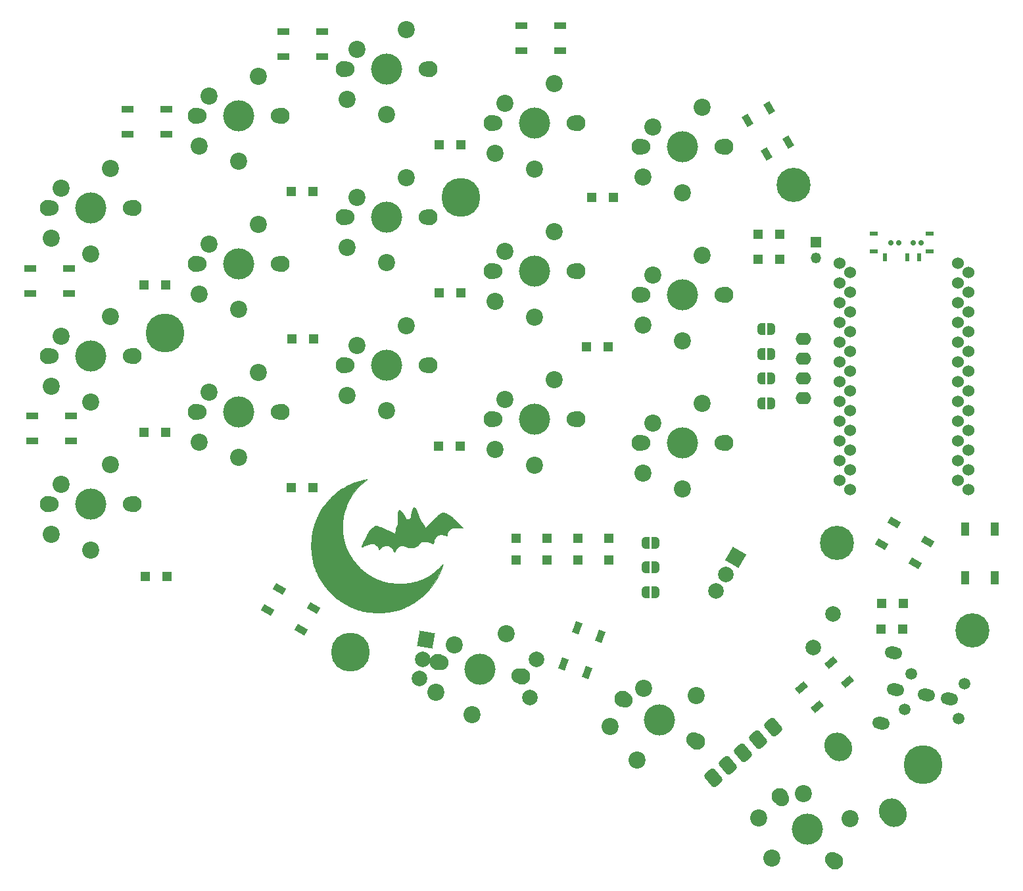
<source format=gbr>
G04 #@! TF.GenerationSoftware,KiCad,Pcbnew,(6.0.4-0)*
G04 #@! TF.CreationDate,2022-05-15T19:59:01-07:00*
G04 #@! TF.ProjectId,split_3x,73706c69-745f-4337-982e-6b696361645f,rev?*
G04 #@! TF.SameCoordinates,Original*
G04 #@! TF.FileFunction,Soldermask,Bot*
G04 #@! TF.FilePolarity,Negative*
%FSLAX46Y46*%
G04 Gerber Fmt 4.6, Leading zero omitted, Abs format (unit mm)*
G04 Created by KiCad (PCBNEW (6.0.4-0)) date 2022-05-15 19:59:01*
%MOMM*%
%LPD*%
G01*
G04 APERTURE LIST*
G04 Aperture macros list*
%AMRoundRect*
0 Rectangle with rounded corners*
0 $1 Rounding radius*
0 $2 $3 $4 $5 $6 $7 $8 $9 X,Y pos of 4 corners*
0 Add a 4 corners polygon primitive as box body*
4,1,4,$2,$3,$4,$5,$6,$7,$8,$9,$2,$3,0*
0 Add four circle primitives for the rounded corners*
1,1,$1+$1,$2,$3*
1,1,$1+$1,$4,$5*
1,1,$1+$1,$6,$7*
1,1,$1+$1,$8,$9*
0 Add four rect primitives between the rounded corners*
20,1,$1+$1,$2,$3,$4,$5,0*
20,1,$1+$1,$4,$5,$6,$7,0*
20,1,$1+$1,$6,$7,$8,$9,0*
20,1,$1+$1,$8,$9,$2,$3,0*%
%AMHorizOval*
0 Thick line with rounded ends*
0 $1 width*
0 $2 $3 position (X,Y) of the first rounded end (center of the circle)*
0 $4 $5 position (X,Y) of the second rounded end (center of the circle)*
0 Add line between two ends*
20,1,$1,$2,$3,$4,$5,0*
0 Add two circle primitives to create the rounded ends*
1,1,$1,$2,$3*
1,1,$1,$4,$5*%
%AMRotRect*
0 Rectangle, with rotation*
0 The origin of the aperture is its center*
0 $1 length*
0 $2 width*
0 $3 Rotation angle, in degrees counterclockwise*
0 Add horizontal line*
21,1,$1,$2,0,0,$3*%
%AMFreePoly0*
4,1,22,0.500000,-0.750000,0.000000,-0.750000,0.000000,-0.745033,-0.079941,-0.743568,-0.215256,-0.701293,-0.333266,-0.622738,-0.424486,-0.514219,-0.481581,-0.384460,-0.499164,-0.250000,-0.500000,-0.250000,-0.500000,0.250000,-0.499164,0.250000,-0.499963,0.256109,-0.478152,0.396186,-0.417904,0.524511,-0.324060,0.630769,-0.204165,0.706417,-0.067858,0.745374,0.000000,0.744959,0.000000,0.750000,
0.500000,0.750000,0.500000,-0.750000,0.500000,-0.750000,$1*%
%AMFreePoly1*
4,1,20,0.000000,0.744959,0.073905,0.744508,0.209726,0.703889,0.328688,0.626782,0.421226,0.519385,0.479903,0.390333,0.500000,0.250000,0.500000,-0.250000,0.499851,-0.262216,0.476331,-0.402017,0.414519,-0.529596,0.319384,-0.634700,0.198574,-0.708877,0.061801,-0.746166,0.000000,-0.745033,0.000000,-0.750000,-0.500000,-0.750000,-0.500000,0.750000,0.000000,0.750000,0.000000,0.744959,
0.000000,0.744959,$1*%
G04 Aperture macros list end*
%ADD10C,0.010000*%
%ADD11O,2.000000X1.600000*%
%ADD12R,1.200000X1.200000*%
%ADD13C,2.100000*%
%ADD14C,1.900000*%
%ADD15C,4.000000*%
%ADD16C,2.200000*%
%ADD17C,1.524000*%
%ADD18C,0.700000*%
%ADD19C,4.400000*%
%ADD20RotRect,2.000000X2.000000X330.000000*%
%ADD21C,2.000000*%
%ADD22RotRect,2.000000X2.000000X350.000000*%
%ADD23C,5.000000*%
%ADD24C,1.500000*%
%ADD25HorizOval,1.600000X-0.295442X0.052094X0.295442X-0.052094X0*%
%ADD26RotRect,0.899160X1.501140X130.000000*%
%ADD27RotRect,0.899160X1.501140X160.000000*%
%ADD28RotRect,0.899160X1.501140X240.000000*%
%ADD29R,1.501140X0.899160*%
%ADD30RotRect,0.899160X1.501140X30.000000*%
%ADD31R,1.350000X1.350000*%
%ADD32O,1.350000X1.350000*%
%ADD33FreePoly0,0.000000*%
%ADD34FreePoly1,0.000000*%
%ADD35R,1.000000X1.700000*%
%ADD36RoundRect,0.425000X0.759451X-0.243895X-0.108313X0.790265X-0.759451X0.243895X0.108313X-0.790265X0*%
%ADD37RoundRect,0.425000X0.108313X-0.790265X0.759451X-0.243895X-0.108313X0.790265X-0.759451X0.243895X0*%
%ADD38HorizOval,3.300000X-0.160697X0.191511X0.160697X-0.191511X0*%
%ADD39R,1.100000X0.600000*%
%ADD40R,1.000000X0.600000*%
%ADD41R,0.600000X1.000000*%
G04 APERTURE END LIST*
G04 #@! TO.C,G\u002A\u002A\u002A*
G36*
X122872812Y-104536383D02*
G01*
X122866681Y-104553509D01*
X122838918Y-104581116D01*
X122789362Y-104620350D01*
X122741995Y-104656196D01*
X122494418Y-104852666D01*
X122250647Y-105060996D01*
X122014775Y-105277323D01*
X121790899Y-105497781D01*
X121583112Y-105718506D01*
X121395510Y-105935636D01*
X121386590Y-105946490D01*
X121221163Y-106153990D01*
X121072319Y-106353480D01*
X120935728Y-106550750D01*
X120890392Y-106619286D01*
X120841051Y-106694928D01*
X120796485Y-106764335D01*
X120758567Y-106824533D01*
X120729166Y-106872546D01*
X120710154Y-106905402D01*
X120703400Y-106920125D01*
X120703373Y-106920535D01*
X120695994Y-106936133D01*
X120679500Y-106961539D01*
X120661292Y-106990196D01*
X120632810Y-107039726D01*
X120597347Y-107104430D01*
X120556998Y-107180282D01*
X120513853Y-107263254D01*
X120470005Y-107349319D01*
X120427547Y-107434450D01*
X120388571Y-107514619D01*
X120355168Y-107585800D01*
X120235499Y-107864397D01*
X120108404Y-108204252D01*
X119996616Y-108554047D01*
X119902315Y-108906881D01*
X119827682Y-109255850D01*
X119814210Y-109329143D01*
X119801691Y-109400222D01*
X119791361Y-109463677D01*
X119781709Y-109528854D01*
X119771224Y-109605100D01*
X119753836Y-109740198D01*
X119732986Y-109926859D01*
X119717741Y-110103037D01*
X119707529Y-110277151D01*
X119701777Y-110457616D01*
X119699912Y-110652850D01*
X119700530Y-110774703D01*
X119703286Y-110912319D01*
X119708590Y-111044887D01*
X119716814Y-111176681D01*
X119728329Y-111311976D01*
X119743508Y-111455046D01*
X119762722Y-111610165D01*
X119786342Y-111781608D01*
X119814740Y-111973650D01*
X119816070Y-111982314D01*
X119839282Y-112113792D01*
X119871220Y-112265750D01*
X119882049Y-112314138D01*
X119893686Y-112366219D01*
X119902432Y-112405450D01*
X119903297Y-112409267D01*
X119912209Y-112446021D01*
X119925783Y-112499568D01*
X119942277Y-112563241D01*
X119959954Y-112630373D01*
X119977073Y-112694298D01*
X119991895Y-112748350D01*
X119998397Y-112771048D01*
X120015212Y-112827023D01*
X120035768Y-112893065D01*
X120058210Y-112963446D01*
X120080682Y-113032437D01*
X120101328Y-113094312D01*
X120118293Y-113143342D01*
X120129721Y-113173800D01*
X120132797Y-113181362D01*
X120145760Y-113214589D01*
X120163502Y-113261165D01*
X120183124Y-113313500D01*
X120188212Y-113327071D01*
X120211382Y-113386808D01*
X120234692Y-113444214D01*
X120253786Y-113488501D01*
X120266944Y-113517911D01*
X120279464Y-113547253D01*
X120284300Y-113560598D01*
X120285191Y-113563731D01*
X120294217Y-113585480D01*
X120311184Y-113623364D01*
X120333872Y-113672597D01*
X120360063Y-113728395D01*
X120387541Y-113785974D01*
X120414086Y-113840550D01*
X120586624Y-114166425D01*
X120782666Y-114491666D01*
X120999647Y-114812757D01*
X121235356Y-115126892D01*
X121487581Y-115431268D01*
X121754111Y-115723082D01*
X122032732Y-115999530D01*
X122321234Y-116257809D01*
X122367525Y-116297056D01*
X122422583Y-116343648D01*
X122463402Y-116378016D01*
X122493040Y-116402700D01*
X122514555Y-116420241D01*
X122531004Y-116433177D01*
X122545445Y-116444050D01*
X122599962Y-116484628D01*
X122650765Y-116522964D01*
X122692889Y-116555277D01*
X122722410Y-116578555D01*
X122735400Y-116589788D01*
X122737041Y-116591572D01*
X122757436Y-116608336D01*
X122795300Y-116636053D01*
X122847294Y-116672504D01*
X122910079Y-116715470D01*
X122980315Y-116762731D01*
X123054662Y-116812068D01*
X123129781Y-116861263D01*
X123202331Y-116908097D01*
X123268974Y-116950350D01*
X123326369Y-116985802D01*
X123371177Y-117012236D01*
X123408629Y-117033505D01*
X123459544Y-117062503D01*
X123510100Y-117091365D01*
X123550844Y-117113943D01*
X123615533Y-117148398D01*
X123691457Y-117187835D01*
X123772241Y-117229010D01*
X123851510Y-117268677D01*
X123922889Y-117303593D01*
X123980000Y-117330511D01*
X124053515Y-117363940D01*
X124118797Y-117393270D01*
X124164425Y-117413252D01*
X124192190Y-117424668D01*
X124203883Y-117428300D01*
X124206286Y-117428716D01*
X124226379Y-117435725D01*
X124257481Y-117448644D01*
X124263737Y-117451389D01*
X124300792Y-117467617D01*
X124329250Y-117480044D01*
X124344498Y-117486547D01*
X124405089Y-117510577D01*
X124483791Y-117539452D01*
X124582698Y-117573923D01*
X124703900Y-117614743D01*
X124956055Y-117692354D01*
X125309885Y-117782282D01*
X125677962Y-117855358D01*
X126057251Y-117911229D01*
X126444721Y-117949542D01*
X126837338Y-117969943D01*
X127232070Y-117972077D01*
X127625883Y-117955591D01*
X127650085Y-117953971D01*
X127740684Y-117947546D01*
X127828471Y-117940810D01*
X127907809Y-117934224D01*
X127973064Y-117928253D01*
X128018600Y-117923357D01*
X128026804Y-117922336D01*
X128128393Y-117909620D01*
X128209747Y-117899226D01*
X128275518Y-117890502D01*
X128330358Y-117882795D01*
X128378918Y-117875455D01*
X128425848Y-117867828D01*
X128475800Y-117859263D01*
X128515272Y-117852374D01*
X128573607Y-117842195D01*
X128622276Y-117833703D01*
X128653600Y-117828238D01*
X128655456Y-117827913D01*
X128701118Y-117819211D01*
X128754674Y-117807569D01*
X128821656Y-117791727D01*
X128907600Y-117770427D01*
X128922987Y-117766577D01*
X128978155Y-117753035D01*
X129026848Y-117741446D01*
X129060000Y-117733977D01*
X129106448Y-117722837D01*
X129175294Y-117703998D01*
X129259198Y-117679379D01*
X129353540Y-117650339D01*
X129453700Y-117618235D01*
X129464026Y-117614854D01*
X129612627Y-117564518D01*
X129741056Y-117517518D01*
X129853750Y-117472235D01*
X129882154Y-117460299D01*
X129926316Y-117441852D01*
X129974400Y-117421844D01*
X130031077Y-117397586D01*
X130119907Y-117357656D01*
X130217325Y-117312182D01*
X130316933Y-117264253D01*
X130412338Y-117216958D01*
X130497142Y-117173386D01*
X130564950Y-117136625D01*
X130598303Y-117117727D01*
X130650694Y-117087732D01*
X130697765Y-117060175D01*
X130744853Y-117031822D01*
X130797297Y-116999439D01*
X130860433Y-116959793D01*
X130939600Y-116909649D01*
X130942107Y-116908058D01*
X131009303Y-116865138D01*
X131071025Y-116825252D01*
X131123266Y-116791025D01*
X131162020Y-116765081D01*
X131183284Y-116750042D01*
X131200763Y-116736697D01*
X131238201Y-116708857D01*
X131278534Y-116679492D01*
X131303665Y-116661060D01*
X131348281Y-116627534D01*
X131402095Y-116586513D01*
X131460903Y-116541261D01*
X131520499Y-116495042D01*
X131576680Y-116451121D01*
X131625240Y-116412760D01*
X131661974Y-116383224D01*
X131682678Y-116365777D01*
X131691814Y-116357570D01*
X131720434Y-116332335D01*
X131759504Y-116298212D01*
X131803328Y-116260188D01*
X131837739Y-116230182D01*
X131890168Y-116183447D01*
X131945911Y-116132439D01*
X132007391Y-116074861D01*
X132077030Y-116008411D01*
X132157254Y-115930793D01*
X132250484Y-115839705D01*
X132359144Y-115732850D01*
X132371437Y-115720742D01*
X132437428Y-115656055D01*
X132497405Y-115597770D01*
X132548965Y-115548185D01*
X132589705Y-115509599D01*
X132617223Y-115484310D01*
X132629117Y-115474616D01*
X132638689Y-115477669D01*
X132639939Y-115500729D01*
X132630610Y-115545390D01*
X132610608Y-115612353D01*
X132594738Y-115660569D01*
X132564564Y-115748991D01*
X132532725Y-115838931D01*
X132501553Y-115923955D01*
X132473384Y-115997630D01*
X132450550Y-116053525D01*
X132449449Y-116056073D01*
X132444773Y-116066928D01*
X132439934Y-116078347D01*
X132433589Y-116093612D01*
X132424394Y-116116004D01*
X132411006Y-116148803D01*
X132392083Y-116195289D01*
X132366280Y-116258745D01*
X132332254Y-116342450D01*
X132227716Y-116589745D01*
X132031423Y-117007762D01*
X131817302Y-117408760D01*
X131584679Y-117794050D01*
X131517018Y-117897339D01*
X131358557Y-118123591D01*
X131181992Y-118355730D01*
X130985122Y-118596700D01*
X130933407Y-118656375D01*
X130859288Y-118738424D01*
X130773753Y-118830310D01*
X130679955Y-118928840D01*
X130581049Y-119030821D01*
X130480188Y-119133060D01*
X130380526Y-119232365D01*
X130285217Y-119325541D01*
X130197416Y-119409397D01*
X130120276Y-119480739D01*
X130056950Y-119536374D01*
X130042402Y-119548658D01*
X129989213Y-119593711D01*
X129941059Y-119634703D01*
X129902742Y-119667540D01*
X129879062Y-119688124D01*
X129873982Y-119692584D01*
X129832248Y-119727468D01*
X129774692Y-119773563D01*
X129705414Y-119827736D01*
X129628514Y-119886856D01*
X129548093Y-119947789D01*
X129468250Y-120007404D01*
X129393086Y-120062566D01*
X129326700Y-120110144D01*
X129266877Y-120152056D01*
X129194653Y-120202091D01*
X129121552Y-120252220D01*
X129050678Y-120300358D01*
X128985137Y-120344420D01*
X128928031Y-120382321D01*
X128882466Y-120411974D01*
X128851544Y-120431296D01*
X128838371Y-120438200D01*
X128826876Y-120443571D01*
X128799704Y-120459390D01*
X128763422Y-120482001D01*
X128721562Y-120508083D01*
X128634597Y-120559548D01*
X128531938Y-120617748D01*
X128418238Y-120680233D01*
X128298147Y-120744554D01*
X128176315Y-120808261D01*
X128057393Y-120868907D01*
X127946033Y-120924041D01*
X127846885Y-120971215D01*
X127764600Y-121007979D01*
X127736425Y-121020038D01*
X127684493Y-121042561D01*
X127640914Y-121061789D01*
X127624349Y-121069046D01*
X127594602Y-121081127D01*
X127579333Y-121085900D01*
X127576851Y-121086310D01*
X127556468Y-121093313D01*
X127525220Y-121106244D01*
X127513833Y-121111228D01*
X127487478Y-121122548D01*
X127461229Y-121133287D01*
X127427136Y-121146645D01*
X127377250Y-121165824D01*
X127328494Y-121184228D01*
X127188427Y-121234416D01*
X127048510Y-121280972D01*
X126920050Y-121320081D01*
X126884571Y-121330361D01*
X126841485Y-121343118D01*
X126812100Y-121352143D01*
X126802960Y-121355004D01*
X126765628Y-121366053D01*
X126723200Y-121378000D01*
X126708765Y-121381990D01*
X126666477Y-121394046D01*
X126634300Y-121403703D01*
X126628048Y-121405640D01*
X126577568Y-121419675D01*
X126507796Y-121437241D01*
X126423567Y-121457254D01*
X126329718Y-121478629D01*
X126231085Y-121500282D01*
X126132506Y-121521127D01*
X126038815Y-121540081D01*
X125954850Y-121556059D01*
X125936244Y-121559392D01*
X125811745Y-121579344D01*
X125669837Y-121598760D01*
X125517370Y-121616922D01*
X125361190Y-121633110D01*
X125208145Y-121646606D01*
X125065083Y-121656692D01*
X124938850Y-121662649D01*
X124914445Y-121663310D01*
X124843334Y-121664484D01*
X124754778Y-121665172D01*
X124651838Y-121665410D01*
X124537572Y-121665231D01*
X124415043Y-121664669D01*
X124287309Y-121663760D01*
X124157433Y-121662536D01*
X124028473Y-121661032D01*
X123903490Y-121659282D01*
X123785545Y-121657322D01*
X123677699Y-121655183D01*
X123583011Y-121652902D01*
X123504541Y-121650512D01*
X123445351Y-121648048D01*
X123408500Y-121645543D01*
X123328542Y-121637367D01*
X123229927Y-121627165D01*
X123150015Y-121618689D01*
X123084896Y-121611490D01*
X123030660Y-121605120D01*
X122983397Y-121599129D01*
X122939197Y-121593068D01*
X122894150Y-121586489D01*
X122887194Y-121585446D01*
X122713559Y-121556942D01*
X122538234Y-121523170D01*
X122355806Y-121482939D01*
X122160866Y-121435058D01*
X121948000Y-121378339D01*
X121855656Y-121351851D01*
X121726471Y-121312039D01*
X121589292Y-121267179D01*
X121449544Y-121219188D01*
X121312655Y-121169982D01*
X121184052Y-121121477D01*
X121069163Y-121075589D01*
X120973414Y-121034234D01*
X120956602Y-121026700D01*
X120927799Y-121014510D01*
X120913841Y-121009700D01*
X120912821Y-121009525D01*
X120894652Y-121002431D01*
X120858117Y-120986242D01*
X120806986Y-120962724D01*
X120745032Y-120933646D01*
X120676027Y-120900775D01*
X120603742Y-120865879D01*
X120531950Y-120830725D01*
X120425845Y-120777448D01*
X120309374Y-120716879D01*
X120201657Y-120658670D01*
X120107526Y-120605440D01*
X120031817Y-120559807D01*
X120014466Y-120549073D01*
X119987234Y-120533302D01*
X119973762Y-120527100D01*
X119965397Y-120523270D01*
X119938217Y-120507490D01*
X119895809Y-120481509D01*
X119841567Y-120447510D01*
X119778883Y-120407672D01*
X119711148Y-120364177D01*
X119641756Y-120319206D01*
X119574099Y-120274939D01*
X119511569Y-120233557D01*
X119457558Y-120197242D01*
X119415460Y-120168173D01*
X119370596Y-120136240D01*
X119222799Y-120027799D01*
X119069664Y-119911001D01*
X118916595Y-119790161D01*
X118768998Y-119669596D01*
X118632277Y-119553622D01*
X118511838Y-119446555D01*
X118467810Y-119405469D01*
X118398944Y-119339346D01*
X118320074Y-119262077D01*
X118235260Y-119177753D01*
X118148559Y-119090468D01*
X118064032Y-119004313D01*
X117985738Y-118923380D01*
X117917735Y-118851761D01*
X117864084Y-118793550D01*
X117801861Y-118723538D01*
X117612202Y-118499710D01*
X117426115Y-118264884D01*
X117247177Y-118023979D01*
X117078963Y-117781916D01*
X116925049Y-117543616D01*
X116789009Y-117314000D01*
X116767649Y-117276244D01*
X116738501Y-117225007D01*
X116709523Y-117174300D01*
X116709501Y-117174261D01*
X116688949Y-117136542D01*
X116659788Y-117080518D01*
X116624314Y-117010814D01*
X116584818Y-116932059D01*
X116543594Y-116848881D01*
X116502936Y-116765905D01*
X116465136Y-116687761D01*
X116432490Y-116619075D01*
X116407288Y-116564475D01*
X116360457Y-116457449D01*
X116292218Y-116291582D01*
X116224429Y-116115969D01*
X116158663Y-115935239D01*
X116096495Y-115754023D01*
X116039497Y-115576951D01*
X115989245Y-115408653D01*
X115947311Y-115253759D01*
X115915270Y-115116900D01*
X115915178Y-115116464D01*
X115908791Y-115086408D01*
X115898487Y-115038227D01*
X115885668Y-114978474D01*
X115871739Y-114913700D01*
X115858128Y-114849176D01*
X115844632Y-114782678D01*
X115833527Y-114725387D01*
X115826363Y-114685100D01*
X115823481Y-114667119D01*
X115815085Y-114614703D01*
X115805008Y-114551765D01*
X115794842Y-114488250D01*
X115761629Y-114254752D01*
X115732736Y-113982484D01*
X115712400Y-113695723D01*
X115700397Y-113391250D01*
X115696506Y-113065850D01*
X115697025Y-112952798D01*
X115700757Y-112734668D01*
X115707906Y-112521986D01*
X115718258Y-112318061D01*
X115731600Y-112126204D01*
X115747719Y-111949727D01*
X115766400Y-111791938D01*
X115787431Y-111656150D01*
X115794966Y-111612735D01*
X115804645Y-111554983D01*
X115814021Y-111497400D01*
X115814223Y-111496140D01*
X115827101Y-111422594D01*
X115844901Y-111330688D01*
X115866389Y-111226573D01*
X115890336Y-111116400D01*
X115893553Y-111101874D01*
X115903559Y-111056189D01*
X115913900Y-111008450D01*
X115919162Y-110985230D01*
X115933226Y-110928785D01*
X115947940Y-110875100D01*
X115955803Y-110847681D01*
X115969220Y-110799065D01*
X115979165Y-110760800D01*
X115991009Y-110714013D01*
X116005821Y-110660315D01*
X116024356Y-110598058D01*
X116048850Y-110519500D01*
X116054482Y-110501608D01*
X116070951Y-110448513D01*
X116084725Y-110403030D01*
X116093282Y-110373450D01*
X116094504Y-110369111D01*
X116105460Y-110334521D01*
X116123151Y-110282190D01*
X116145777Y-110217163D01*
X116171538Y-110144485D01*
X116198636Y-110069200D01*
X116225271Y-109996353D01*
X116249643Y-109930988D01*
X116269954Y-109878150D01*
X116273567Y-109868976D01*
X116294445Y-109816202D01*
X116310312Y-109776985D01*
X116324887Y-109742495D01*
X116341889Y-109703903D01*
X116365036Y-109652377D01*
X116380708Y-109616918D01*
X116393280Y-109586965D01*
X116398100Y-109573320D01*
X116399067Y-109569335D01*
X116408763Y-109545155D01*
X116427582Y-109503092D01*
X116453926Y-109446550D01*
X116486196Y-109378935D01*
X116522792Y-109303650D01*
X116562116Y-109224100D01*
X116662514Y-109028651D01*
X116885437Y-108632647D01*
X117127041Y-108252126D01*
X117389056Y-107884289D01*
X117419898Y-107843598D01*
X117491008Y-107751561D01*
X117565308Y-107657489D01*
X117639153Y-107565882D01*
X117708893Y-107481240D01*
X117770883Y-107408063D01*
X117821473Y-107350850D01*
X117845813Y-107323857D01*
X117885624Y-107278781D01*
X117923603Y-107234917D01*
X117923770Y-107234722D01*
X117947754Y-107208247D01*
X117986769Y-107167025D01*
X118037821Y-107114134D01*
X118097914Y-107052657D01*
X118164055Y-106985676D01*
X118233250Y-106916270D01*
X118234633Y-106914890D01*
X118558541Y-106605909D01*
X118887963Y-106320313D01*
X119225528Y-106056259D01*
X119573862Y-105811904D01*
X119935593Y-105585405D01*
X120313347Y-105374918D01*
X120709750Y-105178599D01*
X120812306Y-105132555D01*
X120949356Y-105075038D01*
X121099269Y-105015610D01*
X121256100Y-104956450D01*
X121413904Y-104899742D01*
X121566736Y-104847667D01*
X121708649Y-104802407D01*
X121833700Y-104766143D01*
X121844107Y-104763301D01*
X121883838Y-104752284D01*
X121936120Y-104737648D01*
X121992450Y-104721768D01*
X122002851Y-104718830D01*
X122129059Y-104683979D01*
X122251104Y-104651662D01*
X122362311Y-104623613D01*
X122456000Y-104601563D01*
X122465782Y-104599372D01*
X122505488Y-104590432D01*
X122558038Y-104578560D01*
X122614750Y-104565716D01*
X122631052Y-104562092D01*
X122694085Y-104549153D01*
X122754822Y-104538092D01*
X122802075Y-104530985D01*
X122820832Y-104529006D01*
X122857475Y-104528597D01*
X122872812Y-104536383D01*
G37*
D10*
X122872812Y-104536383D02*
X122866681Y-104553509D01*
X122838918Y-104581116D01*
X122789362Y-104620350D01*
X122741995Y-104656196D01*
X122494418Y-104852666D01*
X122250647Y-105060996D01*
X122014775Y-105277323D01*
X121790899Y-105497781D01*
X121583112Y-105718506D01*
X121395510Y-105935636D01*
X121386590Y-105946490D01*
X121221163Y-106153990D01*
X121072319Y-106353480D01*
X120935728Y-106550750D01*
X120890392Y-106619286D01*
X120841051Y-106694928D01*
X120796485Y-106764335D01*
X120758567Y-106824533D01*
X120729166Y-106872546D01*
X120710154Y-106905402D01*
X120703400Y-106920125D01*
X120703373Y-106920535D01*
X120695994Y-106936133D01*
X120679500Y-106961539D01*
X120661292Y-106990196D01*
X120632810Y-107039726D01*
X120597347Y-107104430D01*
X120556998Y-107180282D01*
X120513853Y-107263254D01*
X120470005Y-107349319D01*
X120427547Y-107434450D01*
X120388571Y-107514619D01*
X120355168Y-107585800D01*
X120235499Y-107864397D01*
X120108404Y-108204252D01*
X119996616Y-108554047D01*
X119902315Y-108906881D01*
X119827682Y-109255850D01*
X119814210Y-109329143D01*
X119801691Y-109400222D01*
X119791361Y-109463677D01*
X119781709Y-109528854D01*
X119771224Y-109605100D01*
X119753836Y-109740198D01*
X119732986Y-109926859D01*
X119717741Y-110103037D01*
X119707529Y-110277151D01*
X119701777Y-110457616D01*
X119699912Y-110652850D01*
X119700530Y-110774703D01*
X119703286Y-110912319D01*
X119708590Y-111044887D01*
X119716814Y-111176681D01*
X119728329Y-111311976D01*
X119743508Y-111455046D01*
X119762722Y-111610165D01*
X119786342Y-111781608D01*
X119814740Y-111973650D01*
X119816070Y-111982314D01*
X119839282Y-112113792D01*
X119871220Y-112265750D01*
X119882049Y-112314138D01*
X119893686Y-112366219D01*
X119902432Y-112405450D01*
X119903297Y-112409267D01*
X119912209Y-112446021D01*
X119925783Y-112499568D01*
X119942277Y-112563241D01*
X119959954Y-112630373D01*
X119977073Y-112694298D01*
X119991895Y-112748350D01*
X119998397Y-112771048D01*
X120015212Y-112827023D01*
X120035768Y-112893065D01*
X120058210Y-112963446D01*
X120080682Y-113032437D01*
X120101328Y-113094312D01*
X120118293Y-113143342D01*
X120129721Y-113173800D01*
X120132797Y-113181362D01*
X120145760Y-113214589D01*
X120163502Y-113261165D01*
X120183124Y-113313500D01*
X120188212Y-113327071D01*
X120211382Y-113386808D01*
X120234692Y-113444214D01*
X120253786Y-113488501D01*
X120266944Y-113517911D01*
X120279464Y-113547253D01*
X120284300Y-113560598D01*
X120285191Y-113563731D01*
X120294217Y-113585480D01*
X120311184Y-113623364D01*
X120333872Y-113672597D01*
X120360063Y-113728395D01*
X120387541Y-113785974D01*
X120414086Y-113840550D01*
X120586624Y-114166425D01*
X120782666Y-114491666D01*
X120999647Y-114812757D01*
X121235356Y-115126892D01*
X121487581Y-115431268D01*
X121754111Y-115723082D01*
X122032732Y-115999530D01*
X122321234Y-116257809D01*
X122367525Y-116297056D01*
X122422583Y-116343648D01*
X122463402Y-116378016D01*
X122493040Y-116402700D01*
X122514555Y-116420241D01*
X122531004Y-116433177D01*
X122545445Y-116444050D01*
X122599962Y-116484628D01*
X122650765Y-116522964D01*
X122692889Y-116555277D01*
X122722410Y-116578555D01*
X122735400Y-116589788D01*
X122737041Y-116591572D01*
X122757436Y-116608336D01*
X122795300Y-116636053D01*
X122847294Y-116672504D01*
X122910079Y-116715470D01*
X122980315Y-116762731D01*
X123054662Y-116812068D01*
X123129781Y-116861263D01*
X123202331Y-116908097D01*
X123268974Y-116950350D01*
X123326369Y-116985802D01*
X123371177Y-117012236D01*
X123408629Y-117033505D01*
X123459544Y-117062503D01*
X123510100Y-117091365D01*
X123550844Y-117113943D01*
X123615533Y-117148398D01*
X123691457Y-117187835D01*
X123772241Y-117229010D01*
X123851510Y-117268677D01*
X123922889Y-117303593D01*
X123980000Y-117330511D01*
X124053515Y-117363940D01*
X124118797Y-117393270D01*
X124164425Y-117413252D01*
X124192190Y-117424668D01*
X124203883Y-117428300D01*
X124206286Y-117428716D01*
X124226379Y-117435725D01*
X124257481Y-117448644D01*
X124263737Y-117451389D01*
X124300792Y-117467617D01*
X124329250Y-117480044D01*
X124344498Y-117486547D01*
X124405089Y-117510577D01*
X124483791Y-117539452D01*
X124582698Y-117573923D01*
X124703900Y-117614743D01*
X124956055Y-117692354D01*
X125309885Y-117782282D01*
X125677962Y-117855358D01*
X126057251Y-117911229D01*
X126444721Y-117949542D01*
X126837338Y-117969943D01*
X127232070Y-117972077D01*
X127625883Y-117955591D01*
X127650085Y-117953971D01*
X127740684Y-117947546D01*
X127828471Y-117940810D01*
X127907809Y-117934224D01*
X127973064Y-117928253D01*
X128018600Y-117923357D01*
X128026804Y-117922336D01*
X128128393Y-117909620D01*
X128209747Y-117899226D01*
X128275518Y-117890502D01*
X128330358Y-117882795D01*
X128378918Y-117875455D01*
X128425848Y-117867828D01*
X128475800Y-117859263D01*
X128515272Y-117852374D01*
X128573607Y-117842195D01*
X128622276Y-117833703D01*
X128653600Y-117828238D01*
X128655456Y-117827913D01*
X128701118Y-117819211D01*
X128754674Y-117807569D01*
X128821656Y-117791727D01*
X128907600Y-117770427D01*
X128922987Y-117766577D01*
X128978155Y-117753035D01*
X129026848Y-117741446D01*
X129060000Y-117733977D01*
X129106448Y-117722837D01*
X129175294Y-117703998D01*
X129259198Y-117679379D01*
X129353540Y-117650339D01*
X129453700Y-117618235D01*
X129464026Y-117614854D01*
X129612627Y-117564518D01*
X129741056Y-117517518D01*
X129853750Y-117472235D01*
X129882154Y-117460299D01*
X129926316Y-117441852D01*
X129974400Y-117421844D01*
X130031077Y-117397586D01*
X130119907Y-117357656D01*
X130217325Y-117312182D01*
X130316933Y-117264253D01*
X130412338Y-117216958D01*
X130497142Y-117173386D01*
X130564950Y-117136625D01*
X130598303Y-117117727D01*
X130650694Y-117087732D01*
X130697765Y-117060175D01*
X130744853Y-117031822D01*
X130797297Y-116999439D01*
X130860433Y-116959793D01*
X130939600Y-116909649D01*
X130942107Y-116908058D01*
X131009303Y-116865138D01*
X131071025Y-116825252D01*
X131123266Y-116791025D01*
X131162020Y-116765081D01*
X131183284Y-116750042D01*
X131200763Y-116736697D01*
X131238201Y-116708857D01*
X131278534Y-116679492D01*
X131303665Y-116661060D01*
X131348281Y-116627534D01*
X131402095Y-116586513D01*
X131460903Y-116541261D01*
X131520499Y-116495042D01*
X131576680Y-116451121D01*
X131625240Y-116412760D01*
X131661974Y-116383224D01*
X131682678Y-116365777D01*
X131691814Y-116357570D01*
X131720434Y-116332335D01*
X131759504Y-116298212D01*
X131803328Y-116260188D01*
X131837739Y-116230182D01*
X131890168Y-116183447D01*
X131945911Y-116132439D01*
X132007391Y-116074861D01*
X132077030Y-116008411D01*
X132157254Y-115930793D01*
X132250484Y-115839705D01*
X132359144Y-115732850D01*
X132371437Y-115720742D01*
X132437428Y-115656055D01*
X132497405Y-115597770D01*
X132548965Y-115548185D01*
X132589705Y-115509599D01*
X132617223Y-115484310D01*
X132629117Y-115474616D01*
X132638689Y-115477669D01*
X132639939Y-115500729D01*
X132630610Y-115545390D01*
X132610608Y-115612353D01*
X132594738Y-115660569D01*
X132564564Y-115748991D01*
X132532725Y-115838931D01*
X132501553Y-115923955D01*
X132473384Y-115997630D01*
X132450550Y-116053525D01*
X132449449Y-116056073D01*
X132444773Y-116066928D01*
X132439934Y-116078347D01*
X132433589Y-116093612D01*
X132424394Y-116116004D01*
X132411006Y-116148803D01*
X132392083Y-116195289D01*
X132366280Y-116258745D01*
X132332254Y-116342450D01*
X132227716Y-116589745D01*
X132031423Y-117007762D01*
X131817302Y-117408760D01*
X131584679Y-117794050D01*
X131517018Y-117897339D01*
X131358557Y-118123591D01*
X131181992Y-118355730D01*
X130985122Y-118596700D01*
X130933407Y-118656375D01*
X130859288Y-118738424D01*
X130773753Y-118830310D01*
X130679955Y-118928840D01*
X130581049Y-119030821D01*
X130480188Y-119133060D01*
X130380526Y-119232365D01*
X130285217Y-119325541D01*
X130197416Y-119409397D01*
X130120276Y-119480739D01*
X130056950Y-119536374D01*
X130042402Y-119548658D01*
X129989213Y-119593711D01*
X129941059Y-119634703D01*
X129902742Y-119667540D01*
X129879062Y-119688124D01*
X129873982Y-119692584D01*
X129832248Y-119727468D01*
X129774692Y-119773563D01*
X129705414Y-119827736D01*
X129628514Y-119886856D01*
X129548093Y-119947789D01*
X129468250Y-120007404D01*
X129393086Y-120062566D01*
X129326700Y-120110144D01*
X129266877Y-120152056D01*
X129194653Y-120202091D01*
X129121552Y-120252220D01*
X129050678Y-120300358D01*
X128985137Y-120344420D01*
X128928031Y-120382321D01*
X128882466Y-120411974D01*
X128851544Y-120431296D01*
X128838371Y-120438200D01*
X128826876Y-120443571D01*
X128799704Y-120459390D01*
X128763422Y-120482001D01*
X128721562Y-120508083D01*
X128634597Y-120559548D01*
X128531938Y-120617748D01*
X128418238Y-120680233D01*
X128298147Y-120744554D01*
X128176315Y-120808261D01*
X128057393Y-120868907D01*
X127946033Y-120924041D01*
X127846885Y-120971215D01*
X127764600Y-121007979D01*
X127736425Y-121020038D01*
X127684493Y-121042561D01*
X127640914Y-121061789D01*
X127624349Y-121069046D01*
X127594602Y-121081127D01*
X127579333Y-121085900D01*
X127576851Y-121086310D01*
X127556468Y-121093313D01*
X127525220Y-121106244D01*
X127513833Y-121111228D01*
X127487478Y-121122548D01*
X127461229Y-121133287D01*
X127427136Y-121146645D01*
X127377250Y-121165824D01*
X127328494Y-121184228D01*
X127188427Y-121234416D01*
X127048510Y-121280972D01*
X126920050Y-121320081D01*
X126884571Y-121330361D01*
X126841485Y-121343118D01*
X126812100Y-121352143D01*
X126802960Y-121355004D01*
X126765628Y-121366053D01*
X126723200Y-121378000D01*
X126708765Y-121381990D01*
X126666477Y-121394046D01*
X126634300Y-121403703D01*
X126628048Y-121405640D01*
X126577568Y-121419675D01*
X126507796Y-121437241D01*
X126423567Y-121457254D01*
X126329718Y-121478629D01*
X126231085Y-121500282D01*
X126132506Y-121521127D01*
X126038815Y-121540081D01*
X125954850Y-121556059D01*
X125936244Y-121559392D01*
X125811745Y-121579344D01*
X125669837Y-121598760D01*
X125517370Y-121616922D01*
X125361190Y-121633110D01*
X125208145Y-121646606D01*
X125065083Y-121656692D01*
X124938850Y-121662649D01*
X124914445Y-121663310D01*
X124843334Y-121664484D01*
X124754778Y-121665172D01*
X124651838Y-121665410D01*
X124537572Y-121665231D01*
X124415043Y-121664669D01*
X124287309Y-121663760D01*
X124157433Y-121662536D01*
X124028473Y-121661032D01*
X123903490Y-121659282D01*
X123785545Y-121657322D01*
X123677699Y-121655183D01*
X123583011Y-121652902D01*
X123504541Y-121650512D01*
X123445351Y-121648048D01*
X123408500Y-121645543D01*
X123328542Y-121637367D01*
X123229927Y-121627165D01*
X123150015Y-121618689D01*
X123084896Y-121611490D01*
X123030660Y-121605120D01*
X122983397Y-121599129D01*
X122939197Y-121593068D01*
X122894150Y-121586489D01*
X122887194Y-121585446D01*
X122713559Y-121556942D01*
X122538234Y-121523170D01*
X122355806Y-121482939D01*
X122160866Y-121435058D01*
X121948000Y-121378339D01*
X121855656Y-121351851D01*
X121726471Y-121312039D01*
X121589292Y-121267179D01*
X121449544Y-121219188D01*
X121312655Y-121169982D01*
X121184052Y-121121477D01*
X121069163Y-121075589D01*
X120973414Y-121034234D01*
X120956602Y-121026700D01*
X120927799Y-121014510D01*
X120913841Y-121009700D01*
X120912821Y-121009525D01*
X120894652Y-121002431D01*
X120858117Y-120986242D01*
X120806986Y-120962724D01*
X120745032Y-120933646D01*
X120676027Y-120900775D01*
X120603742Y-120865879D01*
X120531950Y-120830725D01*
X120425845Y-120777448D01*
X120309374Y-120716879D01*
X120201657Y-120658670D01*
X120107526Y-120605440D01*
X120031817Y-120559807D01*
X120014466Y-120549073D01*
X119987234Y-120533302D01*
X119973762Y-120527100D01*
X119965397Y-120523270D01*
X119938217Y-120507490D01*
X119895809Y-120481509D01*
X119841567Y-120447510D01*
X119778883Y-120407672D01*
X119711148Y-120364177D01*
X119641756Y-120319206D01*
X119574099Y-120274939D01*
X119511569Y-120233557D01*
X119457558Y-120197242D01*
X119415460Y-120168173D01*
X119370596Y-120136240D01*
X119222799Y-120027799D01*
X119069664Y-119911001D01*
X118916595Y-119790161D01*
X118768998Y-119669596D01*
X118632277Y-119553622D01*
X118511838Y-119446555D01*
X118467810Y-119405469D01*
X118398944Y-119339346D01*
X118320074Y-119262077D01*
X118235260Y-119177753D01*
X118148559Y-119090468D01*
X118064032Y-119004313D01*
X117985738Y-118923380D01*
X117917735Y-118851761D01*
X117864084Y-118793550D01*
X117801861Y-118723538D01*
X117612202Y-118499710D01*
X117426115Y-118264884D01*
X117247177Y-118023979D01*
X117078963Y-117781916D01*
X116925049Y-117543616D01*
X116789009Y-117314000D01*
X116767649Y-117276244D01*
X116738501Y-117225007D01*
X116709523Y-117174300D01*
X116709501Y-117174261D01*
X116688949Y-117136542D01*
X116659788Y-117080518D01*
X116624314Y-117010814D01*
X116584818Y-116932059D01*
X116543594Y-116848881D01*
X116502936Y-116765905D01*
X116465136Y-116687761D01*
X116432490Y-116619075D01*
X116407288Y-116564475D01*
X116360457Y-116457449D01*
X116292218Y-116291582D01*
X116224429Y-116115969D01*
X116158663Y-115935239D01*
X116096495Y-115754023D01*
X116039497Y-115576951D01*
X115989245Y-115408653D01*
X115947311Y-115253759D01*
X115915270Y-115116900D01*
X115915178Y-115116464D01*
X115908791Y-115086408D01*
X115898487Y-115038227D01*
X115885668Y-114978474D01*
X115871739Y-114913700D01*
X115858128Y-114849176D01*
X115844632Y-114782678D01*
X115833527Y-114725387D01*
X115826363Y-114685100D01*
X115823481Y-114667119D01*
X115815085Y-114614703D01*
X115805008Y-114551765D01*
X115794842Y-114488250D01*
X115761629Y-114254752D01*
X115732736Y-113982484D01*
X115712400Y-113695723D01*
X115700397Y-113391250D01*
X115696506Y-113065850D01*
X115697025Y-112952798D01*
X115700757Y-112734668D01*
X115707906Y-112521986D01*
X115718258Y-112318061D01*
X115731600Y-112126204D01*
X115747719Y-111949727D01*
X115766400Y-111791938D01*
X115787431Y-111656150D01*
X115794966Y-111612735D01*
X115804645Y-111554983D01*
X115814021Y-111497400D01*
X115814223Y-111496140D01*
X115827101Y-111422594D01*
X115844901Y-111330688D01*
X115866389Y-111226573D01*
X115890336Y-111116400D01*
X115893553Y-111101874D01*
X115903559Y-111056189D01*
X115913900Y-111008450D01*
X115919162Y-110985230D01*
X115933226Y-110928785D01*
X115947940Y-110875100D01*
X115955803Y-110847681D01*
X115969220Y-110799065D01*
X115979165Y-110760800D01*
X115991009Y-110714013D01*
X116005821Y-110660315D01*
X116024356Y-110598058D01*
X116048850Y-110519500D01*
X116054482Y-110501608D01*
X116070951Y-110448513D01*
X116084725Y-110403030D01*
X116093282Y-110373450D01*
X116094504Y-110369111D01*
X116105460Y-110334521D01*
X116123151Y-110282190D01*
X116145777Y-110217163D01*
X116171538Y-110144485D01*
X116198636Y-110069200D01*
X116225271Y-109996353D01*
X116249643Y-109930988D01*
X116269954Y-109878150D01*
X116273567Y-109868976D01*
X116294445Y-109816202D01*
X116310312Y-109776985D01*
X116324887Y-109742495D01*
X116341889Y-109703903D01*
X116365036Y-109652377D01*
X116380708Y-109616918D01*
X116393280Y-109586965D01*
X116398100Y-109573320D01*
X116399067Y-109569335D01*
X116408763Y-109545155D01*
X116427582Y-109503092D01*
X116453926Y-109446550D01*
X116486196Y-109378935D01*
X116522792Y-109303650D01*
X116562116Y-109224100D01*
X116662514Y-109028651D01*
X116885437Y-108632647D01*
X117127041Y-108252126D01*
X117389056Y-107884289D01*
X117419898Y-107843598D01*
X117491008Y-107751561D01*
X117565308Y-107657489D01*
X117639153Y-107565882D01*
X117708893Y-107481240D01*
X117770883Y-107408063D01*
X117821473Y-107350850D01*
X117845813Y-107323857D01*
X117885624Y-107278781D01*
X117923603Y-107234917D01*
X117923770Y-107234722D01*
X117947754Y-107208247D01*
X117986769Y-107167025D01*
X118037821Y-107114134D01*
X118097914Y-107052657D01*
X118164055Y-106985676D01*
X118233250Y-106916270D01*
X118234633Y-106914890D01*
X118558541Y-106605909D01*
X118887963Y-106320313D01*
X119225528Y-106056259D01*
X119573862Y-105811904D01*
X119935593Y-105585405D01*
X120313347Y-105374918D01*
X120709750Y-105178599D01*
X120812306Y-105132555D01*
X120949356Y-105075038D01*
X121099269Y-105015610D01*
X121256100Y-104956450D01*
X121413904Y-104899742D01*
X121566736Y-104847667D01*
X121708649Y-104802407D01*
X121833700Y-104766143D01*
X121844107Y-104763301D01*
X121883838Y-104752284D01*
X121936120Y-104737648D01*
X121992450Y-104721768D01*
X122002851Y-104718830D01*
X122129059Y-104683979D01*
X122251104Y-104651662D01*
X122362311Y-104623613D01*
X122456000Y-104601563D01*
X122465782Y-104599372D01*
X122505488Y-104590432D01*
X122558038Y-104578560D01*
X122614750Y-104565716D01*
X122631052Y-104562092D01*
X122694085Y-104549153D01*
X122754822Y-104538092D01*
X122802075Y-104530985D01*
X122820832Y-104529006D01*
X122857475Y-104528597D01*
X122872812Y-104536383D01*
G36*
X128919660Y-108145105D02*
G01*
X128951484Y-108156289D01*
X128990886Y-108178088D01*
X129029034Y-108205108D01*
X129057095Y-108231956D01*
X129060181Y-108235922D01*
X129081933Y-108267836D01*
X129110321Y-108313974D01*
X129142889Y-108369832D01*
X129177182Y-108430905D01*
X129210746Y-108492686D01*
X129241125Y-108550671D01*
X129265863Y-108600354D01*
X129282507Y-108637230D01*
X129288600Y-108656793D01*
X129288645Y-108657273D01*
X129294425Y-108673680D01*
X129308013Y-108706029D01*
X129326700Y-108747849D01*
X129328590Y-108751983D01*
X129346905Y-108793080D01*
X129359876Y-108823999D01*
X129364800Y-108838323D01*
X129365216Y-108840736D01*
X129372224Y-108860862D01*
X129385145Y-108891980D01*
X129395926Y-108916680D01*
X129411087Y-108952471D01*
X129424630Y-108986671D01*
X129439878Y-109027805D01*
X129460155Y-109084400D01*
X129464747Y-109097266D01*
X129487128Y-109159329D01*
X129512583Y-109229158D01*
X129536450Y-109293950D01*
X129544763Y-109316461D01*
X129565920Y-109374571D01*
X129584729Y-109427280D01*
X129597898Y-109465400D01*
X129637194Y-109579813D01*
X129680263Y-109695344D01*
X129719957Y-109789828D01*
X129757165Y-109865360D01*
X129792778Y-109924037D01*
X129793092Y-109924489D01*
X129811043Y-109946929D01*
X129842176Y-109982684D01*
X129882196Y-110026926D01*
X129926814Y-110074825D01*
X129962240Y-110113251D01*
X130068271Y-110241142D01*
X130159421Y-110371648D01*
X130233682Y-110501376D01*
X130289045Y-110626932D01*
X130323502Y-110744925D01*
X130324229Y-110748212D01*
X130334733Y-110775148D01*
X130347592Y-110786200D01*
X130351666Y-110785733D01*
X130367359Y-110779303D01*
X130390295Y-110764616D01*
X130421439Y-110740780D01*
X130461751Y-110706900D01*
X130512195Y-110662084D01*
X130573734Y-110605436D01*
X130647329Y-110536064D01*
X130733944Y-110453073D01*
X130834542Y-110355570D01*
X130950084Y-110242661D01*
X131081534Y-110113452D01*
X131229854Y-109967050D01*
X131245214Y-109951865D01*
X131333237Y-109864892D01*
X131415728Y-109783460D01*
X131490899Y-109709331D01*
X131556961Y-109644265D01*
X131612125Y-109590023D01*
X131654602Y-109548366D01*
X131682604Y-109521055D01*
X131694340Y-109509850D01*
X131707060Y-109498305D01*
X131734793Y-109472483D01*
X131772722Y-109436843D01*
X131816543Y-109395416D01*
X131909944Y-109307375D01*
X132022032Y-109203502D01*
X132119380Y-109115718D01*
X132203576Y-109042690D01*
X132276208Y-108983087D01*
X132338862Y-108935574D01*
X132393126Y-108898821D01*
X132440587Y-108871494D01*
X132470150Y-108856804D01*
X132513410Y-108839909D01*
X132555620Y-108832234D01*
X132609650Y-108830671D01*
X132630896Y-108831121D01*
X132718888Y-108839435D01*
X132811915Y-108858996D01*
X132913703Y-108890927D01*
X133027974Y-108936354D01*
X133158452Y-108996401D01*
X133226792Y-109030625D01*
X133432165Y-109147012D01*
X133639076Y-109284726D01*
X133849097Y-109444863D01*
X134063800Y-109628521D01*
X134064285Y-109628958D01*
X134196452Y-109749042D01*
X134327572Y-109870355D01*
X134455838Y-109991099D01*
X134579445Y-110109480D01*
X134696587Y-110223700D01*
X134805456Y-110331965D01*
X134904248Y-110432477D01*
X134991155Y-110523440D01*
X135064372Y-110603059D01*
X135122091Y-110669537D01*
X135162508Y-110721079D01*
X135211416Y-110789308D01*
X135161483Y-110782713D01*
X134988717Y-110762499D01*
X134711908Y-110741687D01*
X134449481Y-110736840D01*
X134203218Y-110747968D01*
X133974900Y-110775084D01*
X133870600Y-110797347D01*
X133731014Y-110847500D01*
X133603962Y-110919399D01*
X133488456Y-111013638D01*
X133383510Y-111130811D01*
X133334950Y-111199885D01*
X133273934Y-111310293D01*
X133227468Y-111425619D01*
X133197881Y-111539734D01*
X133187501Y-111646510D01*
X133186857Y-111679735D01*
X133183975Y-111727484D01*
X133179563Y-111762512D01*
X133168640Y-111789629D01*
X133146902Y-111801666D01*
X133111256Y-111797892D01*
X133058378Y-111778753D01*
X133017897Y-111761815D01*
X132926162Y-111726644D01*
X132841435Y-111700101D01*
X132757252Y-111680875D01*
X132667147Y-111667652D01*
X132564657Y-111659123D01*
X132443316Y-111653975D01*
X132355402Y-111651971D01*
X132270326Y-111652109D01*
X132201659Y-111655621D01*
X132144571Y-111663188D01*
X132094228Y-111675487D01*
X132045798Y-111693196D01*
X131994449Y-111716994D01*
X131972056Y-111730293D01*
X131924965Y-111766011D01*
X131869703Y-111814731D01*
X131810809Y-111871963D01*
X131752825Y-111933219D01*
X131700290Y-111994011D01*
X131657746Y-112049850D01*
X131652606Y-112057288D01*
X131622001Y-112103927D01*
X131595585Y-112149814D01*
X131572309Y-112198174D01*
X131551128Y-112252234D01*
X131530994Y-112315219D01*
X131510861Y-112390354D01*
X131489682Y-112480865D01*
X131466412Y-112589977D01*
X131440002Y-112720917D01*
X131438217Y-112729915D01*
X131427901Y-112779785D01*
X131419692Y-112809865D01*
X131411184Y-112824655D01*
X131399972Y-112828655D01*
X131383653Y-112826365D01*
X131367941Y-112821697D01*
X131330416Y-112807310D01*
X131281169Y-112786303D01*
X131226734Y-112761382D01*
X131216264Y-112756434D01*
X131118905Y-112711819D01*
X131033754Y-112676165D01*
X130951836Y-112646161D01*
X130864177Y-112618496D01*
X130761800Y-112589859D01*
X130703736Y-112577183D01*
X130620700Y-112564116D01*
X130522082Y-112552296D01*
X130413005Y-112542195D01*
X130298590Y-112534279D01*
X130183959Y-112529019D01*
X130074232Y-112526884D01*
X130011671Y-112526837D01*
X129951658Y-112527651D01*
X129909664Y-112529812D01*
X129881564Y-112533714D01*
X129863230Y-112539753D01*
X129850536Y-112548325D01*
X129842374Y-112556482D01*
X129817841Y-112583501D01*
X129782601Y-112623900D01*
X129740042Y-112673773D01*
X129693554Y-112729216D01*
X129614248Y-112822962D01*
X129545422Y-112900264D01*
X129484803Y-112963146D01*
X129429156Y-113014794D01*
X129375246Y-113058393D01*
X129319837Y-113097128D01*
X129283471Y-113119759D01*
X129211588Y-113160810D01*
X129130664Y-113203724D01*
X129049639Y-113243821D01*
X128977450Y-113276421D01*
X128972836Y-113278335D01*
X128879514Y-113307900D01*
X128769094Y-113328888D01*
X128647439Y-113341307D01*
X128520409Y-113345167D01*
X128393864Y-113340474D01*
X128273665Y-113327237D01*
X128165674Y-113305465D01*
X128075750Y-113275165D01*
X128051743Y-113264500D01*
X128012927Y-113247100D01*
X127967800Y-113226773D01*
X127924082Y-113207042D01*
X127868141Y-113181813D01*
X127821750Y-113160907D01*
X127796424Y-113149477D01*
X127741076Y-113124400D01*
X127688825Y-113100625D01*
X127643331Y-113080661D01*
X127544189Y-113044694D01*
X127454103Y-113025404D01*
X127367574Y-113022947D01*
X127279101Y-113037482D01*
X127183182Y-113069164D01*
X127074318Y-113118151D01*
X127056497Y-113127532D01*
X126993310Y-113167514D01*
X126922734Y-113220039D01*
X126851323Y-113279724D01*
X126785633Y-113341187D01*
X126732218Y-113399045D01*
X126717280Y-113417418D01*
X126670644Y-113478329D01*
X126619687Y-113548911D01*
X126569504Y-113621825D01*
X126525190Y-113689734D01*
X126491838Y-113745300D01*
X126482878Y-113761264D01*
X126455838Y-113808603D01*
X126431585Y-113850075D01*
X126423647Y-113862708D01*
X126404728Y-113887747D01*
X126391916Y-113897700D01*
X126390410Y-113897392D01*
X126377567Y-113883844D01*
X126362946Y-113856425D01*
X126340855Y-113806159D01*
X126276416Y-113674728D01*
X126208516Y-113560192D01*
X126133179Y-113456275D01*
X126046430Y-113356702D01*
X125985715Y-113295848D01*
X125866218Y-113196485D01*
X125744032Y-113121616D01*
X125618300Y-113070670D01*
X125595574Y-113065367D01*
X125539717Y-113058434D01*
X125470288Y-113054648D01*
X125394722Y-113054005D01*
X125320453Y-113056501D01*
X125254918Y-113062131D01*
X125205550Y-113070892D01*
X125172847Y-113079840D01*
X125037662Y-113123375D01*
X124915610Y-113175266D01*
X124800285Y-113238953D01*
X124685283Y-113317879D01*
X124564200Y-113415484D01*
X124527091Y-113447247D01*
X124485802Y-113482575D01*
X124454129Y-113509658D01*
X124436910Y-113524358D01*
X124433525Y-113527078D01*
X124413827Y-113534358D01*
X124396625Y-113522433D01*
X124380285Y-113489277D01*
X124363173Y-113432861D01*
X124323966Y-113320469D01*
X124260561Y-113207977D01*
X124174303Y-113104681D01*
X124102305Y-113037038D01*
X123997685Y-112958431D01*
X123883136Y-112895671D01*
X123751400Y-112844290D01*
X123707500Y-112831672D01*
X123658407Y-112822867D01*
X123600197Y-112818288D01*
X123524779Y-112816960D01*
X123487820Y-112817169D01*
X123420731Y-112819380D01*
X123359477Y-112824862D01*
X123296529Y-112834669D01*
X123224363Y-112849855D01*
X123135450Y-112871472D01*
X123101181Y-112880423D01*
X123000263Y-112909494D01*
X122894910Y-112943160D01*
X122794897Y-112978207D01*
X122710000Y-113011417D01*
X122684859Y-113021941D01*
X122652850Y-113035171D01*
X122651790Y-113035615D01*
X122630495Y-113045279D01*
X122590732Y-113063880D01*
X122536468Y-113089540D01*
X122471675Y-113120384D01*
X122400322Y-113154535D01*
X122388250Y-113160312D01*
X122319591Y-113192588D01*
X122259475Y-113219883D01*
X122211469Y-113240646D01*
X122179138Y-113253329D01*
X122166047Y-113256379D01*
X122165439Y-113254944D01*
X122167494Y-113236171D01*
X122175672Y-113202492D01*
X122187858Y-113161194D01*
X122201938Y-113119567D01*
X122215797Y-113084900D01*
X122225640Y-113062926D01*
X122243719Y-113020813D01*
X122264090Y-112970762D01*
X122290025Y-112904835D01*
X122292368Y-112898836D01*
X122314302Y-112843943D01*
X122335947Y-112791613D01*
X122352932Y-112752435D01*
X122377376Y-112698540D01*
X122426507Y-112589791D01*
X122465434Y-112502940D01*
X122494512Y-112437200D01*
X122501337Y-112421958D01*
X122526570Y-112368317D01*
X122560768Y-112298104D01*
X122601772Y-112215548D01*
X122647423Y-112124876D01*
X122695562Y-112030316D01*
X122744029Y-111936094D01*
X122790667Y-111846439D01*
X122833315Y-111765576D01*
X122869815Y-111697734D01*
X122898008Y-111647141D01*
X122987231Y-111497087D01*
X123107308Y-111310816D01*
X123227417Y-111141934D01*
X123346525Y-110991651D01*
X123463600Y-110861175D01*
X123577609Y-110751714D01*
X123687519Y-110664476D01*
X123792297Y-110600671D01*
X123828530Y-110583073D01*
X123910393Y-110551123D01*
X123989174Y-110533711D01*
X124075250Y-110528177D01*
X124098145Y-110528130D01*
X124131819Y-110528846D01*
X124162682Y-110531462D01*
X124194516Y-110537022D01*
X124231107Y-110546569D01*
X124276237Y-110561145D01*
X124333690Y-110581795D01*
X124407250Y-110609561D01*
X124500700Y-110645487D01*
X124505339Y-110647276D01*
X124577065Y-110674954D01*
X124630384Y-110695651D01*
X124670309Y-110711407D01*
X124701852Y-110724262D01*
X124730026Y-110736258D01*
X124759846Y-110749436D01*
X124796323Y-110765835D01*
X124831790Y-110781496D01*
X124861855Y-110794076D01*
X124875644Y-110798900D01*
X124877912Y-110799498D01*
X124897857Y-110807537D01*
X124933085Y-110822991D01*
X124977824Y-110843350D01*
X124993740Y-110850669D01*
X125035709Y-110869628D01*
X125066085Y-110882839D01*
X125079160Y-110887800D01*
X125090954Y-110892156D01*
X125123395Y-110906167D01*
X125173603Y-110928636D01*
X125238856Y-110958321D01*
X125316430Y-110993984D01*
X125403602Y-111034386D01*
X125497650Y-111078287D01*
X125519687Y-111088604D01*
X125581588Y-111117539D01*
X125641192Y-111145348D01*
X125688150Y-111167200D01*
X125703896Y-111174517D01*
X125756896Y-111199207D01*
X125818597Y-111228011D01*
X125878650Y-111256100D01*
X125900694Y-111266415D01*
X125962593Y-111295318D01*
X126022194Y-111323074D01*
X126069150Y-111344860D01*
X126099242Y-111358832D01*
X126154355Y-111384561D01*
X126217631Y-111414213D01*
X126280504Y-111443779D01*
X126312628Y-111458862D01*
X126383245Y-111491346D01*
X126435336Y-111513839D01*
X126471931Y-111527366D01*
X126496058Y-111532950D01*
X126510746Y-111531614D01*
X126519023Y-111524381D01*
X126519828Y-111522358D01*
X126523362Y-111499510D01*
X126527066Y-111456321D01*
X126530684Y-111396856D01*
X126533958Y-111325178D01*
X126536632Y-111245354D01*
X126539262Y-111161899D01*
X126542802Y-111083110D01*
X126547216Y-111021473D01*
X126552928Y-110972523D01*
X126560362Y-110931794D01*
X126569943Y-110894821D01*
X126578134Y-110869016D01*
X126609256Y-110787502D01*
X126649011Y-110699270D01*
X126692659Y-110614400D01*
X126735457Y-110542973D01*
X126749499Y-110521082D01*
X126765077Y-110493205D01*
X126777893Y-110463602D01*
X126788263Y-110429642D01*
X126796503Y-110388696D01*
X126802929Y-110338131D01*
X126807859Y-110275319D01*
X126811608Y-110197629D01*
X126814492Y-110102430D01*
X126816829Y-109987091D01*
X126818935Y-109848984D01*
X126819271Y-109825148D01*
X126822598Y-109619475D01*
X126826452Y-109437425D01*
X126830993Y-109277399D01*
X126836379Y-109137795D01*
X126842769Y-109017013D01*
X126850321Y-108913454D01*
X126859194Y-108825516D01*
X126869547Y-108751600D01*
X126881538Y-108690104D01*
X126895326Y-108639430D01*
X126911069Y-108597976D01*
X126928927Y-108564143D01*
X126949057Y-108536329D01*
X126956863Y-108527908D01*
X126999274Y-108502783D01*
X127050984Y-108499616D01*
X127110095Y-108517889D01*
X127174706Y-108557083D01*
X127242920Y-108616678D01*
X127256089Y-108630389D01*
X127300771Y-108681523D01*
X127353885Y-108747329D01*
X127411694Y-108822760D01*
X127470464Y-108902766D01*
X127526460Y-108982301D01*
X127575945Y-109056317D01*
X127615186Y-109119766D01*
X127619089Y-109126474D01*
X127643138Y-109167841D01*
X127676561Y-109225366D01*
X127716611Y-109294322D01*
X127760543Y-109369979D01*
X127805611Y-109447610D01*
X127849070Y-109522488D01*
X127888175Y-109589882D01*
X127956706Y-109708015D01*
X128016228Y-109700205D01*
X128027274Y-109698686D01*
X128081777Y-109689939D01*
X128132900Y-109680190D01*
X128149742Y-109676712D01*
X128196969Y-109667458D01*
X128255713Y-109656365D01*
X128317050Y-109645133D01*
X128444050Y-109622280D01*
X128464392Y-109521615D01*
X128476380Y-109460349D01*
X128489231Y-109391410D01*
X128499702Y-109332050D01*
X128525324Y-109187985D01*
X128557296Y-109026116D01*
X128591321Y-108870434D01*
X128626472Y-108724755D01*
X128661824Y-108592895D01*
X128696449Y-108478671D01*
X128729421Y-108385900D01*
X128758720Y-108318531D01*
X128798374Y-108246031D01*
X128838699Y-108191278D01*
X128877864Y-108156668D01*
X128914033Y-108144600D01*
X128919660Y-108145105D01*
G37*
X128919660Y-108145105D02*
X128951484Y-108156289D01*
X128990886Y-108178088D01*
X129029034Y-108205108D01*
X129057095Y-108231956D01*
X129060181Y-108235922D01*
X129081933Y-108267836D01*
X129110321Y-108313974D01*
X129142889Y-108369832D01*
X129177182Y-108430905D01*
X129210746Y-108492686D01*
X129241125Y-108550671D01*
X129265863Y-108600354D01*
X129282507Y-108637230D01*
X129288600Y-108656793D01*
X129288645Y-108657273D01*
X129294425Y-108673680D01*
X129308013Y-108706029D01*
X129326700Y-108747849D01*
X129328590Y-108751983D01*
X129346905Y-108793080D01*
X129359876Y-108823999D01*
X129364800Y-108838323D01*
X129365216Y-108840736D01*
X129372224Y-108860862D01*
X129385145Y-108891980D01*
X129395926Y-108916680D01*
X129411087Y-108952471D01*
X129424630Y-108986671D01*
X129439878Y-109027805D01*
X129460155Y-109084400D01*
X129464747Y-109097266D01*
X129487128Y-109159329D01*
X129512583Y-109229158D01*
X129536450Y-109293950D01*
X129544763Y-109316461D01*
X129565920Y-109374571D01*
X129584729Y-109427280D01*
X129597898Y-109465400D01*
X129637194Y-109579813D01*
X129680263Y-109695344D01*
X129719957Y-109789828D01*
X129757165Y-109865360D01*
X129792778Y-109924037D01*
X129793092Y-109924489D01*
X129811043Y-109946929D01*
X129842176Y-109982684D01*
X129882196Y-110026926D01*
X129926814Y-110074825D01*
X129962240Y-110113251D01*
X130068271Y-110241142D01*
X130159421Y-110371648D01*
X130233682Y-110501376D01*
X130289045Y-110626932D01*
X130323502Y-110744925D01*
X130324229Y-110748212D01*
X130334733Y-110775148D01*
X130347592Y-110786200D01*
X130351666Y-110785733D01*
X130367359Y-110779303D01*
X130390295Y-110764616D01*
X130421439Y-110740780D01*
X130461751Y-110706900D01*
X130512195Y-110662084D01*
X130573734Y-110605436D01*
X130647329Y-110536064D01*
X130733944Y-110453073D01*
X130834542Y-110355570D01*
X130950084Y-110242661D01*
X131081534Y-110113452D01*
X131229854Y-109967050D01*
X131245214Y-109951865D01*
X131333237Y-109864892D01*
X131415728Y-109783460D01*
X131490899Y-109709331D01*
X131556961Y-109644265D01*
X131612125Y-109590023D01*
X131654602Y-109548366D01*
X131682604Y-109521055D01*
X131694340Y-109509850D01*
X131707060Y-109498305D01*
X131734793Y-109472483D01*
X131772722Y-109436843D01*
X131816543Y-109395416D01*
X131909944Y-109307375D01*
X132022032Y-109203502D01*
X132119380Y-109115718D01*
X132203576Y-109042690D01*
X132276208Y-108983087D01*
X132338862Y-108935574D01*
X132393126Y-108898821D01*
X132440587Y-108871494D01*
X132470150Y-108856804D01*
X132513410Y-108839909D01*
X132555620Y-108832234D01*
X132609650Y-108830671D01*
X132630896Y-108831121D01*
X132718888Y-108839435D01*
X132811915Y-108858996D01*
X132913703Y-108890927D01*
X133027974Y-108936354D01*
X133158452Y-108996401D01*
X133226792Y-109030625D01*
X133432165Y-109147012D01*
X133639076Y-109284726D01*
X133849097Y-109444863D01*
X134063800Y-109628521D01*
X134064285Y-109628958D01*
X134196452Y-109749042D01*
X134327572Y-109870355D01*
X134455838Y-109991099D01*
X134579445Y-110109480D01*
X134696587Y-110223700D01*
X134805456Y-110331965D01*
X134904248Y-110432477D01*
X134991155Y-110523440D01*
X135064372Y-110603059D01*
X135122091Y-110669537D01*
X135162508Y-110721079D01*
X135211416Y-110789308D01*
X135161483Y-110782713D01*
X134988717Y-110762499D01*
X134711908Y-110741687D01*
X134449481Y-110736840D01*
X134203218Y-110747968D01*
X133974900Y-110775084D01*
X133870600Y-110797347D01*
X133731014Y-110847500D01*
X133603962Y-110919399D01*
X133488456Y-111013638D01*
X133383510Y-111130811D01*
X133334950Y-111199885D01*
X133273934Y-111310293D01*
X133227468Y-111425619D01*
X133197881Y-111539734D01*
X133187501Y-111646510D01*
X133186857Y-111679735D01*
X133183975Y-111727484D01*
X133179563Y-111762512D01*
X133168640Y-111789629D01*
X133146902Y-111801666D01*
X133111256Y-111797892D01*
X133058378Y-111778753D01*
X133017897Y-111761815D01*
X132926162Y-111726644D01*
X132841435Y-111700101D01*
X132757252Y-111680875D01*
X132667147Y-111667652D01*
X132564657Y-111659123D01*
X132443316Y-111653975D01*
X132355402Y-111651971D01*
X132270326Y-111652109D01*
X132201659Y-111655621D01*
X132144571Y-111663188D01*
X132094228Y-111675487D01*
X132045798Y-111693196D01*
X131994449Y-111716994D01*
X131972056Y-111730293D01*
X131924965Y-111766011D01*
X131869703Y-111814731D01*
X131810809Y-111871963D01*
X131752825Y-111933219D01*
X131700290Y-111994011D01*
X131657746Y-112049850D01*
X131652606Y-112057288D01*
X131622001Y-112103927D01*
X131595585Y-112149814D01*
X131572309Y-112198174D01*
X131551128Y-112252234D01*
X131530994Y-112315219D01*
X131510861Y-112390354D01*
X131489682Y-112480865D01*
X131466412Y-112589977D01*
X131440002Y-112720917D01*
X131438217Y-112729915D01*
X131427901Y-112779785D01*
X131419692Y-112809865D01*
X131411184Y-112824655D01*
X131399972Y-112828655D01*
X131383653Y-112826365D01*
X131367941Y-112821697D01*
X131330416Y-112807310D01*
X131281169Y-112786303D01*
X131226734Y-112761382D01*
X131216264Y-112756434D01*
X131118905Y-112711819D01*
X131033754Y-112676165D01*
X130951836Y-112646161D01*
X130864177Y-112618496D01*
X130761800Y-112589859D01*
X130703736Y-112577183D01*
X130620700Y-112564116D01*
X130522082Y-112552296D01*
X130413005Y-112542195D01*
X130298590Y-112534279D01*
X130183959Y-112529019D01*
X130074232Y-112526884D01*
X130011671Y-112526837D01*
X129951658Y-112527651D01*
X129909664Y-112529812D01*
X129881564Y-112533714D01*
X129863230Y-112539753D01*
X129850536Y-112548325D01*
X129842374Y-112556482D01*
X129817841Y-112583501D01*
X129782601Y-112623900D01*
X129740042Y-112673773D01*
X129693554Y-112729216D01*
X129614248Y-112822962D01*
X129545422Y-112900264D01*
X129484803Y-112963146D01*
X129429156Y-113014794D01*
X129375246Y-113058393D01*
X129319837Y-113097128D01*
X129283471Y-113119759D01*
X129211588Y-113160810D01*
X129130664Y-113203724D01*
X129049639Y-113243821D01*
X128977450Y-113276421D01*
X128972836Y-113278335D01*
X128879514Y-113307900D01*
X128769094Y-113328888D01*
X128647439Y-113341307D01*
X128520409Y-113345167D01*
X128393864Y-113340474D01*
X128273665Y-113327237D01*
X128165674Y-113305465D01*
X128075750Y-113275165D01*
X128051743Y-113264500D01*
X128012927Y-113247100D01*
X127967800Y-113226773D01*
X127924082Y-113207042D01*
X127868141Y-113181813D01*
X127821750Y-113160907D01*
X127796424Y-113149477D01*
X127741076Y-113124400D01*
X127688825Y-113100625D01*
X127643331Y-113080661D01*
X127544189Y-113044694D01*
X127454103Y-113025404D01*
X127367574Y-113022947D01*
X127279101Y-113037482D01*
X127183182Y-113069164D01*
X127074318Y-113118151D01*
X127056497Y-113127532D01*
X126993310Y-113167514D01*
X126922734Y-113220039D01*
X126851323Y-113279724D01*
X126785633Y-113341187D01*
X126732218Y-113399045D01*
X126717280Y-113417418D01*
X126670644Y-113478329D01*
X126619687Y-113548911D01*
X126569504Y-113621825D01*
X126525190Y-113689734D01*
X126491838Y-113745300D01*
X126482878Y-113761264D01*
X126455838Y-113808603D01*
X126431585Y-113850075D01*
X126423647Y-113862708D01*
X126404728Y-113887747D01*
X126391916Y-113897700D01*
X126390410Y-113897392D01*
X126377567Y-113883844D01*
X126362946Y-113856425D01*
X126340855Y-113806159D01*
X126276416Y-113674728D01*
X126208516Y-113560192D01*
X126133179Y-113456275D01*
X126046430Y-113356702D01*
X125985715Y-113295848D01*
X125866218Y-113196485D01*
X125744032Y-113121616D01*
X125618300Y-113070670D01*
X125595574Y-113065367D01*
X125539717Y-113058434D01*
X125470288Y-113054648D01*
X125394722Y-113054005D01*
X125320453Y-113056501D01*
X125254918Y-113062131D01*
X125205550Y-113070892D01*
X125172847Y-113079840D01*
X125037662Y-113123375D01*
X124915610Y-113175266D01*
X124800285Y-113238953D01*
X124685283Y-113317879D01*
X124564200Y-113415484D01*
X124527091Y-113447247D01*
X124485802Y-113482575D01*
X124454129Y-113509658D01*
X124436910Y-113524358D01*
X124433525Y-113527078D01*
X124413827Y-113534358D01*
X124396625Y-113522433D01*
X124380285Y-113489277D01*
X124363173Y-113432861D01*
X124323966Y-113320469D01*
X124260561Y-113207977D01*
X124174303Y-113104681D01*
X124102305Y-113037038D01*
X123997685Y-112958431D01*
X123883136Y-112895671D01*
X123751400Y-112844290D01*
X123707500Y-112831672D01*
X123658407Y-112822867D01*
X123600197Y-112818288D01*
X123524779Y-112816960D01*
X123487820Y-112817169D01*
X123420731Y-112819380D01*
X123359477Y-112824862D01*
X123296529Y-112834669D01*
X123224363Y-112849855D01*
X123135450Y-112871472D01*
X123101181Y-112880423D01*
X123000263Y-112909494D01*
X122894910Y-112943160D01*
X122794897Y-112978207D01*
X122710000Y-113011417D01*
X122684859Y-113021941D01*
X122652850Y-113035171D01*
X122651790Y-113035615D01*
X122630495Y-113045279D01*
X122590732Y-113063880D01*
X122536468Y-113089540D01*
X122471675Y-113120384D01*
X122400322Y-113154535D01*
X122388250Y-113160312D01*
X122319591Y-113192588D01*
X122259475Y-113219883D01*
X122211469Y-113240646D01*
X122179138Y-113253329D01*
X122166047Y-113256379D01*
X122165439Y-113254944D01*
X122167494Y-113236171D01*
X122175672Y-113202492D01*
X122187858Y-113161194D01*
X122201938Y-113119567D01*
X122215797Y-113084900D01*
X122225640Y-113062926D01*
X122243719Y-113020813D01*
X122264090Y-112970762D01*
X122290025Y-112904835D01*
X122292368Y-112898836D01*
X122314302Y-112843943D01*
X122335947Y-112791613D01*
X122352932Y-112752435D01*
X122377376Y-112698540D01*
X122426507Y-112589791D01*
X122465434Y-112502940D01*
X122494512Y-112437200D01*
X122501337Y-112421958D01*
X122526570Y-112368317D01*
X122560768Y-112298104D01*
X122601772Y-112215548D01*
X122647423Y-112124876D01*
X122695562Y-112030316D01*
X122744029Y-111936094D01*
X122790667Y-111846439D01*
X122833315Y-111765576D01*
X122869815Y-111697734D01*
X122898008Y-111647141D01*
X122987231Y-111497087D01*
X123107308Y-111310816D01*
X123227417Y-111141934D01*
X123346525Y-110991651D01*
X123463600Y-110861175D01*
X123577609Y-110751714D01*
X123687519Y-110664476D01*
X123792297Y-110600671D01*
X123828530Y-110583073D01*
X123910393Y-110551123D01*
X123989174Y-110533711D01*
X124075250Y-110528177D01*
X124098145Y-110528130D01*
X124131819Y-110528846D01*
X124162682Y-110531462D01*
X124194516Y-110537022D01*
X124231107Y-110546569D01*
X124276237Y-110561145D01*
X124333690Y-110581795D01*
X124407250Y-110609561D01*
X124500700Y-110645487D01*
X124505339Y-110647276D01*
X124577065Y-110674954D01*
X124630384Y-110695651D01*
X124670309Y-110711407D01*
X124701852Y-110724262D01*
X124730026Y-110736258D01*
X124759846Y-110749436D01*
X124796323Y-110765835D01*
X124831790Y-110781496D01*
X124861855Y-110794076D01*
X124875644Y-110798900D01*
X124877912Y-110799498D01*
X124897857Y-110807537D01*
X124933085Y-110822991D01*
X124977824Y-110843350D01*
X124993740Y-110850669D01*
X125035709Y-110869628D01*
X125066085Y-110882839D01*
X125079160Y-110887800D01*
X125090954Y-110892156D01*
X125123395Y-110906167D01*
X125173603Y-110928636D01*
X125238856Y-110958321D01*
X125316430Y-110993984D01*
X125403602Y-111034386D01*
X125497650Y-111078287D01*
X125519687Y-111088604D01*
X125581588Y-111117539D01*
X125641192Y-111145348D01*
X125688150Y-111167200D01*
X125703896Y-111174517D01*
X125756896Y-111199207D01*
X125818597Y-111228011D01*
X125878650Y-111256100D01*
X125900694Y-111266415D01*
X125962593Y-111295318D01*
X126022194Y-111323074D01*
X126069150Y-111344860D01*
X126099242Y-111358832D01*
X126154355Y-111384561D01*
X126217631Y-111414213D01*
X126280504Y-111443779D01*
X126312628Y-111458862D01*
X126383245Y-111491346D01*
X126435336Y-111513839D01*
X126471931Y-111527366D01*
X126496058Y-111532950D01*
X126510746Y-111531614D01*
X126519023Y-111524381D01*
X126519828Y-111522358D01*
X126523362Y-111499510D01*
X126527066Y-111456321D01*
X126530684Y-111396856D01*
X126533958Y-111325178D01*
X126536632Y-111245354D01*
X126539262Y-111161899D01*
X126542802Y-111083110D01*
X126547216Y-111021473D01*
X126552928Y-110972523D01*
X126560362Y-110931794D01*
X126569943Y-110894821D01*
X126578134Y-110869016D01*
X126609256Y-110787502D01*
X126649011Y-110699270D01*
X126692659Y-110614400D01*
X126735457Y-110542973D01*
X126749499Y-110521082D01*
X126765077Y-110493205D01*
X126777893Y-110463602D01*
X126788263Y-110429642D01*
X126796503Y-110388696D01*
X126802929Y-110338131D01*
X126807859Y-110275319D01*
X126811608Y-110197629D01*
X126814492Y-110102430D01*
X126816829Y-109987091D01*
X126818935Y-109848984D01*
X126819271Y-109825148D01*
X126822598Y-109619475D01*
X126826452Y-109437425D01*
X126830993Y-109277399D01*
X126836379Y-109137795D01*
X126842769Y-109017013D01*
X126850321Y-108913454D01*
X126859194Y-108825516D01*
X126869547Y-108751600D01*
X126881538Y-108690104D01*
X126895326Y-108639430D01*
X126911069Y-108597976D01*
X126928927Y-108564143D01*
X126949057Y-108536329D01*
X126956863Y-108527908D01*
X126999274Y-108502783D01*
X127050984Y-108499616D01*
X127110095Y-108517889D01*
X127174706Y-108557083D01*
X127242920Y-108616678D01*
X127256089Y-108630389D01*
X127300771Y-108681523D01*
X127353885Y-108747329D01*
X127411694Y-108822760D01*
X127470464Y-108902766D01*
X127526460Y-108982301D01*
X127575945Y-109056317D01*
X127615186Y-109119766D01*
X127619089Y-109126474D01*
X127643138Y-109167841D01*
X127676561Y-109225366D01*
X127716611Y-109294322D01*
X127760543Y-109369979D01*
X127805611Y-109447610D01*
X127849070Y-109522488D01*
X127888175Y-109589882D01*
X127956706Y-109708015D01*
X128016228Y-109700205D01*
X128027274Y-109698686D01*
X128081777Y-109689939D01*
X128132900Y-109680190D01*
X128149742Y-109676712D01*
X128196969Y-109667458D01*
X128255713Y-109656365D01*
X128317050Y-109645133D01*
X128444050Y-109622280D01*
X128464392Y-109521615D01*
X128476380Y-109460349D01*
X128489231Y-109391410D01*
X128499702Y-109332050D01*
X128525324Y-109187985D01*
X128557296Y-109026116D01*
X128591321Y-108870434D01*
X128626472Y-108724755D01*
X128661824Y-108592895D01*
X128696449Y-108478671D01*
X128729421Y-108385900D01*
X128758720Y-108318531D01*
X128798374Y-108246031D01*
X128838699Y-108191278D01*
X128877864Y-108156668D01*
X128914033Y-108144600D01*
X128919660Y-108145105D01*
G04 #@! TD*
D11*
G04 #@! TO.C,Brd1*
X179106250Y-94107500D03*
X179106250Y-91567500D03*
X179106250Y-89027500D03*
X179106250Y-86487500D03*
G04 #@! TD*
D12*
G04 #@! TO.C,D3*
X94350000Y-117000000D03*
X97150000Y-117000000D03*
G04 #@! TD*
D13*
G04 #@! TO.C,MX1*
X92805650Y-69642350D03*
D14*
X92385650Y-69642350D03*
X82225650Y-69642350D03*
D13*
X81805650Y-69642350D03*
D15*
X87305650Y-69642350D03*
D16*
X83495650Y-67102350D03*
X82205650Y-73542350D03*
X87305650Y-75542350D03*
X89845650Y-64562350D03*
G04 #@! TD*
D14*
G04 #@! TO.C,MX2*
X92385650Y-88693750D03*
D13*
X81805650Y-88693750D03*
D15*
X87305650Y-88693750D03*
D13*
X92805650Y-88693750D03*
D14*
X82225650Y-88693750D03*
D16*
X83495650Y-86153750D03*
X82205650Y-92593750D03*
X89845650Y-83613750D03*
X87305650Y-94593750D03*
G04 #@! TD*
D13*
G04 #@! TO.C,MX3*
X92812500Y-107743750D03*
X81812500Y-107743750D03*
D14*
X82232500Y-107743750D03*
X92392500Y-107743750D03*
D15*
X87312500Y-107743750D03*
D16*
X82212500Y-111643750D03*
X83502500Y-105203750D03*
X87312500Y-113643750D03*
X89852500Y-102663750D03*
G04 #@! TD*
D13*
G04 #@! TO.C,MX4*
X111854450Y-57736100D03*
D15*
X106354450Y-57736100D03*
D13*
X100854450Y-57736100D03*
D14*
X101274450Y-57736100D03*
X111434450Y-57736100D03*
D16*
X101254450Y-61636100D03*
X102544450Y-55196100D03*
X108894450Y-52656100D03*
X106354450Y-63636100D03*
G04 #@! TD*
D13*
G04 #@! TO.C,MX5*
X100862500Y-76787500D03*
D14*
X101282500Y-76787500D03*
X111442500Y-76787500D03*
D15*
X106362500Y-76787500D03*
D13*
X111862500Y-76787500D03*
D16*
X101262500Y-80687500D03*
X102552500Y-74247500D03*
X106362500Y-82687500D03*
X108902500Y-71707500D03*
G04 #@! TD*
D14*
G04 #@! TO.C,MX6*
X101282500Y-95837500D03*
X111442500Y-95837500D03*
D13*
X100862500Y-95837500D03*
X111862500Y-95837500D03*
D15*
X106362500Y-95837500D03*
D16*
X102552500Y-93297500D03*
X101262500Y-99737500D03*
X106362500Y-101737500D03*
X108902500Y-90757500D03*
G04 #@! TD*
D14*
G04 #@! TO.C,MX7*
X120323250Y-51736100D03*
X130483250Y-51736100D03*
D13*
X119903250Y-51736100D03*
X130903250Y-51736100D03*
D15*
X125403250Y-51736100D03*
D16*
X120303250Y-55636100D03*
X121593250Y-49196100D03*
X127943250Y-46656100D03*
X125403250Y-57636100D03*
G04 #@! TD*
D14*
G04 #@! TO.C,MX8*
X120332500Y-70787500D03*
D13*
X130912500Y-70787500D03*
D14*
X130492500Y-70787500D03*
D15*
X125412500Y-70787500D03*
D13*
X119912500Y-70787500D03*
D16*
X121602500Y-68247500D03*
X120312500Y-74687500D03*
X125412500Y-76687500D03*
X127952500Y-65707500D03*
G04 #@! TD*
D14*
G04 #@! TO.C,MX9*
X120332500Y-89837500D03*
X130492500Y-89837500D03*
D15*
X125412500Y-89837500D03*
D13*
X119912500Y-89837500D03*
X130912500Y-89837500D03*
D16*
X121602500Y-87297500D03*
X120312500Y-93737500D03*
X127952500Y-84757500D03*
X125412500Y-95737500D03*
G04 #@! TD*
D15*
G04 #@! TO.C,MX10*
X137412500Y-128968750D03*
D13*
X142828943Y-129923815D03*
D14*
X142415323Y-129850883D03*
D13*
X131996057Y-128013685D03*
D14*
X132409677Y-128086617D03*
D16*
X134101449Y-125805739D03*
X131712753Y-131923895D03*
X136387976Y-134779116D03*
X140796044Y-124406993D03*
G04 #@! TD*
D14*
G04 #@! TO.C,MX11*
X149532050Y-58736100D03*
D15*
X144452050Y-58736100D03*
D13*
X138952050Y-58736100D03*
D14*
X139372050Y-58736100D03*
D13*
X149952050Y-58736100D03*
D16*
X139352050Y-62636100D03*
X140642050Y-56196100D03*
X144452050Y-64636100D03*
X146992050Y-53656100D03*
G04 #@! TD*
D13*
G04 #@! TO.C,MX12*
X149962500Y-77787500D03*
D14*
X139382500Y-77787500D03*
X149542500Y-77787500D03*
D15*
X144462500Y-77787500D03*
D13*
X138962500Y-77787500D03*
D16*
X139362500Y-81687500D03*
X140652500Y-75247500D03*
X147002500Y-72707500D03*
X144462500Y-83687500D03*
G04 #@! TD*
D14*
G04 #@! TO.C,MX13*
X139382500Y-96837500D03*
D15*
X144462500Y-96837500D03*
D13*
X138962500Y-96837500D03*
X149962500Y-96837500D03*
D14*
X149542500Y-96837500D03*
D16*
X140652500Y-94297500D03*
X139362500Y-100737500D03*
X147002500Y-91757500D03*
X144462500Y-102737500D03*
G04 #@! TD*
D13*
G04 #@! TO.C,MX14*
X155805610Y-132762500D03*
X165331890Y-138262500D03*
D14*
X156169341Y-132972500D03*
X164968159Y-138052500D03*
D15*
X160568750Y-135512500D03*
D16*
X154202020Y-136339999D03*
X158539193Y-131407795D03*
X165308455Y-132383091D03*
X157618750Y-140622050D03*
G04 #@! TD*
D13*
G04 #@! TO.C,MX15*
X169000850Y-61736100D03*
D15*
X163500850Y-61736100D03*
D14*
X158420850Y-61736100D03*
X168580850Y-61736100D03*
D13*
X158000850Y-61736100D03*
D16*
X159690850Y-59196100D03*
X158400850Y-65636100D03*
X166040850Y-56656100D03*
X163500850Y-67636100D03*
G04 #@! TD*
D15*
G04 #@! TO.C,MX16*
X163512500Y-80787500D03*
D13*
X158012500Y-80787500D03*
D14*
X168592500Y-80787500D03*
X158432500Y-80787500D03*
D13*
X169012500Y-80787500D03*
D16*
X159702500Y-78247500D03*
X158412500Y-84687500D03*
X163512500Y-86687500D03*
X166052500Y-75707500D03*
G04 #@! TD*
D15*
G04 #@! TO.C,MX17*
X163512500Y-99837500D03*
D14*
X158432500Y-99837500D03*
D13*
X169012500Y-99837500D03*
X158012500Y-99837500D03*
D14*
X168592500Y-99837500D03*
D16*
X159702500Y-97297500D03*
X158412500Y-103737500D03*
X166052500Y-94757500D03*
X163512500Y-105737500D03*
G04 #@! TD*
D15*
G04 #@! TO.C,MX18*
X179568750Y-149512500D03*
D13*
X176033418Y-145299256D03*
D14*
X176303389Y-145620994D03*
D13*
X183104082Y-153725744D03*
D14*
X182834111Y-153404006D03*
D16*
X179065482Y-144961190D03*
X173302960Y-148112545D03*
X185092936Y-148192892D03*
X175049088Y-153304947D03*
G04 #@! TD*
D17*
G04 #@! TO.C,U1*
X200287565Y-77938245D03*
X183748750Y-76742500D03*
X200287565Y-80478245D03*
X183748750Y-79282500D03*
X183748750Y-81822500D03*
X200287565Y-83018245D03*
X200287565Y-85558245D03*
X183748750Y-84362500D03*
X183748750Y-86902500D03*
X200287565Y-88098245D03*
X183748750Y-89442500D03*
X200287565Y-90638245D03*
X183748750Y-91982500D03*
X200287565Y-93178245D03*
X183748750Y-94522500D03*
X200287565Y-95718245D03*
X200287565Y-98258245D03*
X183748750Y-97062500D03*
X200287565Y-100798245D03*
X183748750Y-99602500D03*
X183748750Y-102142500D03*
X200287565Y-103338245D03*
X183748750Y-104682500D03*
X200287565Y-105878245D03*
X185047565Y-105878245D03*
X198988750Y-104682500D03*
X198988750Y-102142500D03*
X185047565Y-103338245D03*
X198988750Y-99602500D03*
X185047565Y-100798245D03*
X185047565Y-98258245D03*
X198988750Y-97062500D03*
X198988750Y-94522500D03*
X185047565Y-95718245D03*
X198988750Y-91982500D03*
X185047565Y-93178245D03*
X198988750Y-89442500D03*
X185047565Y-90638245D03*
X185047565Y-88098245D03*
X198988750Y-86902500D03*
X198988750Y-84362500D03*
X185047565Y-85558245D03*
X198988750Y-81822500D03*
X185047565Y-83018245D03*
X198988750Y-79282500D03*
X185047565Y-80478245D03*
X198988750Y-76742500D03*
X185047565Y-77938245D03*
G04 #@! TD*
D18*
G04 #@! TO.C, *
X182189524Y-113879226D03*
X185006250Y-112712500D03*
X184522976Y-111545774D03*
X183356250Y-111062500D03*
X181706250Y-112712500D03*
D19*
X183356250Y-112712500D03*
D18*
X182189524Y-111545774D03*
X183356250Y-114362500D03*
X184522976Y-113879226D03*
G04 #@! TD*
G04 #@! TO.C, *
X199168750Y-124000000D03*
X200818750Y-125650000D03*
X201985476Y-122833274D03*
X199652024Y-122833274D03*
D19*
X200818750Y-124000000D03*
D18*
X202468750Y-124000000D03*
X201985476Y-125166726D03*
X200818750Y-122350000D03*
X199652024Y-125166726D03*
G04 #@! TD*
D20*
G04 #@! TO.C,SW3*
X170323559Y-114597436D03*
D21*
X167823559Y-118927564D03*
X169073559Y-116762500D03*
X180380928Y-126177564D03*
X182880928Y-121847436D03*
G04 #@! TD*
D22*
G04 #@! TO.C,SW4*
X130460562Y-125204369D03*
D21*
X129592321Y-130128408D03*
X130026442Y-127666389D03*
X143872034Y-132646307D03*
X144740275Y-127722268D03*
G04 #@! TD*
D23*
G04 #@! TO.C,REF\u002A\u002A*
X96837500Y-85725000D03*
G04 #@! TD*
G04 #@! TO.C,REF\u002A\u002A*
X134937500Y-68262500D03*
G04 #@! TD*
G04 #@! TO.C,REF\u002A\u002A*
X120750000Y-126750000D03*
G04 #@! TD*
G04 #@! TO.C,REF\u002A\u002A*
X194468750Y-141287500D03*
G04 #@! TD*
D18*
G04 #@! TO.C, *
X176633274Y-65508274D03*
X177800000Y-65025000D03*
X178966726Y-65508274D03*
X176633274Y-67841726D03*
X176150000Y-66675000D03*
D19*
X177800000Y-66675000D03*
D18*
X178966726Y-67841726D03*
X177800000Y-68325000D03*
X179450000Y-66675000D03*
G04 #@! TD*
D24*
G04 #@! TO.C,U2*
X199823698Y-130807105D03*
X199024917Y-135337221D03*
X192131263Y-134121684D03*
X192930044Y-129591568D03*
D25*
X189072891Y-135917891D03*
X190670454Y-126857660D03*
X190954961Y-131578789D03*
X194894192Y-132273381D03*
X197848615Y-132794326D03*
G04 #@! TD*
D26*
G04 #@! TO.C,D20*
X182654782Y-128136368D03*
X184711960Y-130588017D03*
X180882718Y-133801132D03*
X178825540Y-131349483D03*
G04 #@! TD*
D27*
G04 #@! TO.C,D21*
X149919885Y-123616569D03*
X152927278Y-124711170D03*
X151217615Y-129408431D03*
X148210222Y-128313830D03*
G04 #@! TD*
D28*
G04 #@! TO.C,D22*
X110035391Y-121386134D03*
X111635591Y-118614506D03*
X115964609Y-121113866D03*
X114364409Y-123885494D03*
G04 #@! TD*
D29*
G04 #@! TO.C,D23*
X84749360Y-96399800D03*
X84749360Y-99600200D03*
X79750640Y-99600200D03*
X79750640Y-96399800D03*
G04 #@! TD*
G04 #@! TO.C,D24*
X84499360Y-77399800D03*
X84499360Y-80600200D03*
X79500640Y-80600200D03*
X79500640Y-77399800D03*
G04 #@! TD*
G04 #@! TO.C,D25*
X97068110Y-56912300D03*
X97068110Y-60112700D03*
X92069390Y-60112700D03*
X92069390Y-56912300D03*
G04 #@! TD*
G04 #@! TO.C,D26*
X117068110Y-46912300D03*
X117068110Y-50112700D03*
X112069390Y-50112700D03*
X112069390Y-46912300D03*
G04 #@! TD*
G04 #@! TO.C,D27*
X147749360Y-46149800D03*
X147749360Y-49350200D03*
X142750640Y-49350200D03*
X142750640Y-46149800D03*
G04 #@! TD*
D30*
G04 #@! TO.C,D28*
X177135494Y-61114409D03*
X174363866Y-62714609D03*
X171864506Y-58385591D03*
X174636134Y-56785391D03*
G04 #@! TD*
D28*
G04 #@! TO.C,D29*
X189122891Y-112848634D03*
X190723091Y-110077006D03*
X195052109Y-112576366D03*
X193451909Y-115347994D03*
G04 #@! TD*
D12*
G04 #@! TO.C,D1*
X94168750Y-79512500D03*
X96968750Y-79512500D03*
G04 #@! TD*
G04 #@! TO.C,D2*
X94168750Y-98512500D03*
X96968750Y-98512500D03*
G04 #@! TD*
G04 #@! TO.C,D4*
X113118750Y-67512500D03*
X115918750Y-67512500D03*
G04 #@! TD*
G04 #@! TO.C,D5*
X113168750Y-86512500D03*
X115968750Y-86512500D03*
G04 #@! TD*
G04 #@! TO.C,D6*
X113087500Y-105568750D03*
X115887500Y-105568750D03*
G04 #@! TD*
G04 #@! TO.C,D7*
X189168750Y-120512500D03*
X191968750Y-120512500D03*
G04 #@! TD*
G04 #@! TO.C,D8*
X132168750Y-61512500D03*
X134968750Y-61512500D03*
G04 #@! TD*
G04 #@! TO.C,D9*
X132168750Y-80512500D03*
X134968750Y-80512500D03*
G04 #@! TD*
G04 #@! TO.C,D10*
X132100000Y-100250000D03*
X134900000Y-100250000D03*
G04 #@! TD*
G04 #@! TO.C,D11*
X142081250Y-114906250D03*
X142081250Y-112106250D03*
G04 #@! TD*
G04 #@! TO.C,D12*
X151793750Y-68262500D03*
X154593750Y-68262500D03*
G04 #@! TD*
G04 #@! TO.C,D13*
X151168750Y-87512500D03*
X153968750Y-87512500D03*
G04 #@! TD*
G04 #@! TO.C,D14*
X150018750Y-114906250D03*
X150018750Y-112106250D03*
G04 #@! TD*
G04 #@! TO.C,D15*
X146050000Y-114906250D03*
X146050000Y-112106250D03*
G04 #@! TD*
G04 #@! TO.C,D16*
X173225000Y-73025000D03*
X176025000Y-73025000D03*
G04 #@! TD*
G04 #@! TO.C,D17*
X173225000Y-76200000D03*
X176025000Y-76200000D03*
G04 #@! TD*
G04 #@! TO.C,D18*
X153987500Y-114906250D03*
X153987500Y-112106250D03*
G04 #@! TD*
G04 #@! TO.C,D19*
X189100000Y-123825000D03*
X191900000Y-123825000D03*
G04 #@! TD*
D31*
G04 #@! TO.C,BT1*
X180682000Y-74052000D03*
D32*
X180682000Y-76052000D03*
G04 #@! TD*
D18*
G04 #@! TO.C,SW6*
X194250000Y-74100000D03*
X191350000Y-74100000D03*
G04 #@! TD*
D33*
G04 #@! TO.C,JP5*
X173637500Y-85225000D03*
D34*
X174937500Y-85225000D03*
G04 #@! TD*
D33*
G04 #@! TO.C,JP6*
X173637500Y-88400000D03*
D34*
X174937500Y-88400000D03*
G04 #@! TD*
D33*
G04 #@! TO.C,JP7*
X173637500Y-91575000D03*
D34*
X174937500Y-91575000D03*
G04 #@! TD*
D33*
G04 #@! TO.C,JP8*
X173637500Y-94750000D03*
D34*
X174937500Y-94750000D03*
G04 #@! TD*
D35*
G04 #@! TO.C,SW2*
X199943750Y-110900000D03*
X199943750Y-117200000D03*
X203743750Y-117200000D03*
X203743750Y-110900000D03*
G04 #@! TD*
D36*
G04 #@! TO.C,pim1*
X175217147Y-136423385D03*
D37*
X173271395Y-138056066D03*
X171325642Y-139688746D03*
X169379889Y-141321427D03*
X167434136Y-142954107D03*
D38*
X190611317Y-147426426D03*
X183540654Y-138999937D03*
G04 #@! TD*
D33*
G04 #@! TO.C,JP14*
X158750000Y-119062500D03*
D34*
X160050000Y-119062500D03*
G04 #@! TD*
D33*
G04 #@! TO.C,JP15*
X158750000Y-115887500D03*
D34*
X160050000Y-115887500D03*
G04 #@! TD*
D33*
G04 #@! TO.C,JP18*
X158750000Y-112712500D03*
D34*
X160050000Y-112712500D03*
G04 #@! TD*
D39*
G04 #@! TO.C,SW5*
X195370000Y-72957000D03*
X188170000Y-75243000D03*
D18*
X190320000Y-74100000D03*
D40*
X195370000Y-75243000D03*
D18*
X193220000Y-74100000D03*
D40*
X188170000Y-72957000D03*
D41*
X189570000Y-75950000D03*
X192470000Y-75950000D03*
X193970000Y-75950000D03*
G04 #@! TD*
M02*

</source>
